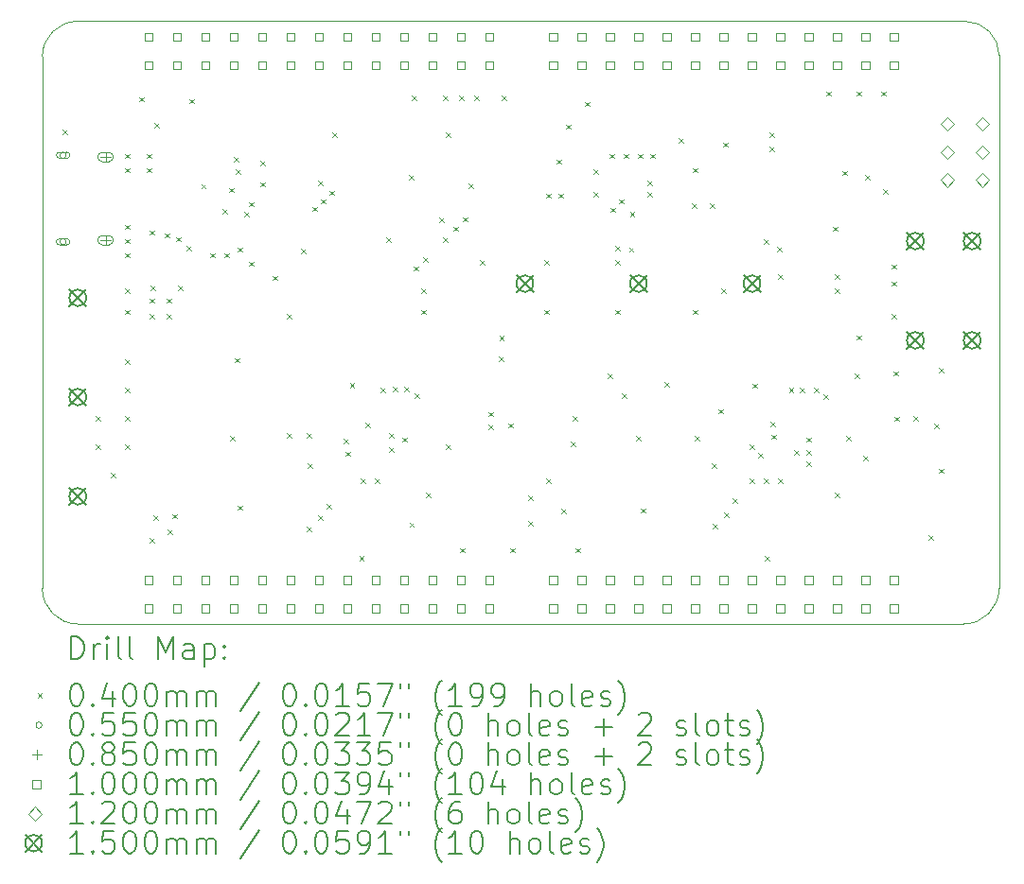
<source format=gbr>
%TF.GenerationSoftware,KiCad,Pcbnew,7.0.10*%
%TF.CreationDate,2024-04-23T18:14:47+09:00*%
%TF.ProjectId,ramn,72616d6e-2e6b-4696-9361-645f70636258,rev?*%
%TF.SameCoordinates,Original*%
%TF.FileFunction,Drillmap*%
%TF.FilePolarity,Positive*%
%FSLAX45Y45*%
G04 Gerber Fmt 4.5, Leading zero omitted, Abs format (unit mm)*
G04 Created by KiCad (PCBNEW 7.0.10) date 2024-04-23 18:14:47*
%MOMM*%
%LPD*%
G01*
G04 APERTURE LIST*
%ADD10C,0.050000*%
%ADD11C,0.200000*%
%ADD12C,0.100000*%
%ADD13C,0.120000*%
%ADD14C,0.150000*%
G04 APERTURE END LIST*
D10*
X4381500Y-9715500D02*
X12306500Y-9715500D01*
X4064000Y-4635500D02*
X4064000Y-9398000D01*
X12624000Y-4623000D02*
X12624000Y-9398000D01*
X12306500Y-9715500D02*
G75*
G03*
X12624000Y-9398000I0J317500D01*
G01*
X12624000Y-4623000D02*
G75*
G03*
X12319000Y-4318000I-305000J0D01*
G01*
X4381500Y-4318000D02*
X12319000Y-4318000D01*
X4381500Y-4318000D02*
G75*
G03*
X4064000Y-4635500I0J-317500D01*
G01*
X4064000Y-9398000D02*
G75*
G03*
X4381500Y-9715500I317500J0D01*
G01*
D11*
D12*
X4247200Y-5288600D02*
X4287200Y-5328600D01*
X4287200Y-5288600D02*
X4247200Y-5328600D01*
X4539300Y-7854000D02*
X4579300Y-7894000D01*
X4579300Y-7854000D02*
X4539300Y-7894000D01*
X4539300Y-8108000D02*
X4579300Y-8148000D01*
X4579300Y-8108000D02*
X4539300Y-8148000D01*
X4679000Y-8362000D02*
X4719000Y-8402000D01*
X4719000Y-8362000D02*
X4679000Y-8402000D01*
X4806000Y-5504500D02*
X4846000Y-5544500D01*
X4846000Y-5504500D02*
X4806000Y-5544500D01*
X4806000Y-5631500D02*
X4846000Y-5671500D01*
X4846000Y-5631500D02*
X4806000Y-5671500D01*
X4806000Y-6139500D02*
X4846000Y-6179500D01*
X4846000Y-6139500D02*
X4806000Y-6179500D01*
X4806000Y-6266500D02*
X4846000Y-6306500D01*
X4846000Y-6266500D02*
X4806000Y-6306500D01*
X4806000Y-6393500D02*
X4846000Y-6433500D01*
X4846000Y-6393500D02*
X4806000Y-6433500D01*
X4806000Y-6711000D02*
X4846000Y-6751000D01*
X4846000Y-6711000D02*
X4806000Y-6751000D01*
X4806000Y-6901500D02*
X4846000Y-6941500D01*
X4846000Y-6901500D02*
X4806000Y-6941500D01*
X4806000Y-7346000D02*
X4846000Y-7386000D01*
X4846000Y-7346000D02*
X4806000Y-7386000D01*
X4806000Y-7600000D02*
X4846000Y-7640000D01*
X4846000Y-7600000D02*
X4806000Y-7640000D01*
X4806000Y-7854000D02*
X4846000Y-7894000D01*
X4846000Y-7854000D02*
X4806000Y-7894000D01*
X4806000Y-8108000D02*
X4846000Y-8148000D01*
X4846000Y-8108000D02*
X4806000Y-8148000D01*
X4933000Y-4996500D02*
X4973000Y-5036500D01*
X4973000Y-4996500D02*
X4933000Y-5036500D01*
X4996500Y-5504500D02*
X5036500Y-5544500D01*
X5036500Y-5504500D02*
X4996500Y-5544500D01*
X4996500Y-5631500D02*
X5036500Y-5671500D01*
X5036500Y-5631500D02*
X4996500Y-5671500D01*
X5021900Y-6190300D02*
X5061900Y-6230300D01*
X5061900Y-6190300D02*
X5021900Y-6230300D01*
X5021900Y-6799900D02*
X5061900Y-6839900D01*
X5061900Y-6799900D02*
X5021900Y-6839900D01*
X5021900Y-6938499D02*
X5061900Y-6978499D01*
X5061900Y-6938499D02*
X5021900Y-6978499D01*
X5021900Y-8946200D02*
X5061900Y-8986200D01*
X5061900Y-8946200D02*
X5021900Y-8986200D01*
X5034600Y-6685600D02*
X5074600Y-6725600D01*
X5074600Y-6685600D02*
X5034600Y-6725600D01*
X5060000Y-8743000D02*
X5100000Y-8783000D01*
X5100000Y-8743000D02*
X5060000Y-8783000D01*
X5070000Y-5230000D02*
X5110000Y-5270000D01*
X5110000Y-5230000D02*
X5070000Y-5270000D01*
X5161600Y-6215700D02*
X5201600Y-6255700D01*
X5201600Y-6215700D02*
X5161600Y-6255700D01*
X5174300Y-6799900D02*
X5214300Y-6839900D01*
X5214300Y-6799900D02*
X5174300Y-6839900D01*
X5174300Y-6939600D02*
X5214300Y-6979600D01*
X5214300Y-6939600D02*
X5174300Y-6979600D01*
X5187000Y-8870000D02*
X5227000Y-8910000D01*
X5227000Y-8870000D02*
X5187000Y-8910000D01*
X5225100Y-8730300D02*
X5265100Y-8770300D01*
X5265100Y-8730300D02*
X5225100Y-8770300D01*
X5259200Y-6249800D02*
X5299200Y-6289800D01*
X5299200Y-6249800D02*
X5259200Y-6289800D01*
X5275900Y-6685600D02*
X5315900Y-6725600D01*
X5315900Y-6685600D02*
X5275900Y-6725600D01*
X5357247Y-6330734D02*
X5397247Y-6370734D01*
X5397247Y-6330734D02*
X5357247Y-6370734D01*
X5380000Y-5015000D02*
X5420000Y-5055000D01*
X5420000Y-5015000D02*
X5380000Y-5055000D01*
X5486270Y-5776730D02*
X5526270Y-5816730D01*
X5526270Y-5776730D02*
X5486270Y-5816730D01*
X5568000Y-6393500D02*
X5608000Y-6433500D01*
X5608000Y-6393500D02*
X5568000Y-6433500D01*
X5676887Y-6000739D02*
X5716887Y-6040739D01*
X5716887Y-6000739D02*
X5676887Y-6040739D01*
X5695844Y-6393497D02*
X5735844Y-6433497D01*
X5735844Y-6393497D02*
X5695844Y-6433497D01*
X5733100Y-5809300D02*
X5773100Y-5849300D01*
X5773100Y-5809300D02*
X5733100Y-5849300D01*
X5745800Y-8031800D02*
X5785800Y-8071800D01*
X5785800Y-8031800D02*
X5745800Y-8071800D01*
X5779899Y-5536002D02*
X5819899Y-5576002D01*
X5819899Y-5536002D02*
X5779899Y-5576002D01*
X5783900Y-7333300D02*
X5823900Y-7373300D01*
X5823900Y-7333300D02*
X5783900Y-7373300D01*
X5796600Y-5644200D02*
X5836600Y-5684200D01*
X5836600Y-5644200D02*
X5796600Y-5684200D01*
X5809300Y-6342700D02*
X5849300Y-6382700D01*
X5849300Y-6342700D02*
X5809300Y-6382700D01*
X5809300Y-8654100D02*
X5849300Y-8694100D01*
X5849300Y-8654100D02*
X5809300Y-8694100D01*
X5872800Y-6025200D02*
X5912800Y-6065200D01*
X5912800Y-6025200D02*
X5872800Y-6065200D01*
X5910900Y-5936301D02*
X5950900Y-5976301D01*
X5950900Y-5936301D02*
X5910900Y-5976301D01*
X5910900Y-6469700D02*
X5950900Y-6509700D01*
X5950900Y-6469700D02*
X5910900Y-6509700D01*
X6012500Y-5568000D02*
X6052500Y-5608000D01*
X6052500Y-5568000D02*
X6012500Y-5608000D01*
X6012500Y-5758500D02*
X6052500Y-5798500D01*
X6052500Y-5758500D02*
X6012500Y-5798500D01*
X6126800Y-6596700D02*
X6166800Y-6636700D01*
X6166800Y-6596700D02*
X6126800Y-6636700D01*
X6253800Y-6939600D02*
X6293800Y-6979600D01*
X6293800Y-6939600D02*
X6253800Y-6979600D01*
X6253800Y-8006400D02*
X6293800Y-8046400D01*
X6293800Y-8006400D02*
X6253800Y-8046400D01*
X6380800Y-6355400D02*
X6420800Y-6395400D01*
X6420800Y-6355400D02*
X6380800Y-6395400D01*
X6431600Y-8006400D02*
X6471600Y-8046400D01*
X6471600Y-8006400D02*
X6431600Y-8046400D01*
X6431600Y-8844600D02*
X6471600Y-8884600D01*
X6471600Y-8844600D02*
X6431600Y-8884600D01*
X6436675Y-8278175D02*
X6476675Y-8318175D01*
X6476675Y-8278175D02*
X6436675Y-8318175D01*
X6480412Y-5978401D02*
X6520412Y-6018401D01*
X6520412Y-5978401D02*
X6480412Y-6018401D01*
X6533200Y-5745800D02*
X6573200Y-5785800D01*
X6573200Y-5745800D02*
X6533200Y-5785800D01*
X6533200Y-8743000D02*
X6573200Y-8783000D01*
X6573200Y-8743000D02*
X6533200Y-8783000D01*
X6558600Y-5910900D02*
X6598600Y-5950900D01*
X6598600Y-5910900D02*
X6558600Y-5950900D01*
X6609400Y-8641400D02*
X6649400Y-8681400D01*
X6649400Y-8641400D02*
X6609400Y-8681400D01*
X6634800Y-5834700D02*
X6674800Y-5874700D01*
X6674800Y-5834700D02*
X6634800Y-5874700D01*
X6660200Y-5314000D02*
X6700200Y-5354000D01*
X6700200Y-5314000D02*
X6660200Y-5354000D01*
X6761800Y-8057200D02*
X6801800Y-8097200D01*
X6801800Y-8057200D02*
X6761800Y-8097200D01*
X6774500Y-8171500D02*
X6814500Y-8211500D01*
X6814500Y-8171500D02*
X6774500Y-8211500D01*
X6815120Y-7560329D02*
X6855120Y-7600329D01*
X6855120Y-7560329D02*
X6815120Y-7600329D01*
X6900000Y-9110000D02*
X6940000Y-9150000D01*
X6940000Y-9110000D02*
X6900000Y-9150000D01*
X6914200Y-8412800D02*
X6954200Y-8452800D01*
X6954200Y-8412800D02*
X6914200Y-8452800D01*
X6953500Y-7916300D02*
X6993500Y-7956300D01*
X6993500Y-7916300D02*
X6953500Y-7956300D01*
X7041200Y-8412800D02*
X7081200Y-8452800D01*
X7081200Y-8412800D02*
X7041200Y-8452800D01*
X7092000Y-7600000D02*
X7132000Y-7640000D01*
X7132000Y-7600000D02*
X7092000Y-7640000D01*
X7142800Y-6253800D02*
X7182800Y-6293800D01*
X7182800Y-6253800D02*
X7142800Y-6293800D01*
X7168200Y-8006400D02*
X7208200Y-8046400D01*
X7208200Y-8006400D02*
X7168200Y-8046400D01*
X7168200Y-8133400D02*
X7208200Y-8173400D01*
X7208200Y-8133400D02*
X7168200Y-8173400D01*
X7203500Y-7591301D02*
X7243500Y-7631301D01*
X7243500Y-7591301D02*
X7203500Y-7631301D01*
X7282500Y-8044500D02*
X7322500Y-8084500D01*
X7322500Y-8044500D02*
X7282500Y-8084500D01*
X7300569Y-7592848D02*
X7340569Y-7632848D01*
X7340569Y-7592848D02*
X7300569Y-7632848D01*
X7346000Y-5695000D02*
X7386000Y-5735000D01*
X7386000Y-5695000D02*
X7346000Y-5735000D01*
X7350000Y-8806500D02*
X7390000Y-8846500D01*
X7390000Y-8806500D02*
X7350000Y-8846500D01*
X7371400Y-4983800D02*
X7411400Y-5023800D01*
X7411400Y-4983800D02*
X7371400Y-5023800D01*
X7388400Y-6512100D02*
X7428400Y-6552100D01*
X7428400Y-6512100D02*
X7388400Y-6552100D01*
X7396800Y-7650801D02*
X7436800Y-7690801D01*
X7436800Y-7650801D02*
X7396800Y-7690801D01*
X7452680Y-6711000D02*
X7492680Y-6751000D01*
X7492680Y-6711000D02*
X7452680Y-6751000D01*
X7452680Y-6901500D02*
X7492680Y-6941500D01*
X7492680Y-6901500D02*
X7452680Y-6941500D01*
X7470950Y-6429550D02*
X7510950Y-6469550D01*
X7510950Y-6429550D02*
X7470950Y-6469550D01*
X7498400Y-8539800D02*
X7538400Y-8579800D01*
X7538400Y-8539800D02*
X7498400Y-8579800D01*
X7612700Y-6076000D02*
X7652700Y-6116000D01*
X7652700Y-6076000D02*
X7612700Y-6116000D01*
X7648750Y-6251750D02*
X7688750Y-6291750D01*
X7688750Y-6251750D02*
X7648750Y-6291750D01*
X7650800Y-4983800D02*
X7690800Y-5023800D01*
X7690800Y-4983800D02*
X7650800Y-5023800D01*
X7676200Y-5314000D02*
X7716200Y-5354000D01*
X7716200Y-5314000D02*
X7676200Y-5354000D01*
X7676200Y-8108000D02*
X7716200Y-8148000D01*
X7716200Y-8108000D02*
X7676200Y-8148000D01*
X7744000Y-6156500D02*
X7784000Y-6196500D01*
X7784000Y-6156500D02*
X7744000Y-6196500D01*
X7790500Y-4983800D02*
X7830500Y-5023800D01*
X7830500Y-4983800D02*
X7790500Y-5023800D01*
X7803200Y-9035100D02*
X7843200Y-9075100D01*
X7843200Y-9035100D02*
X7803200Y-9075100D01*
X7828598Y-6071901D02*
X7868598Y-6111901D01*
X7868598Y-6071901D02*
X7828598Y-6111901D01*
X7876999Y-5769500D02*
X7916999Y-5809500D01*
X7916999Y-5769500D02*
X7876999Y-5809500D01*
X7930200Y-4983800D02*
X7970200Y-5023800D01*
X7970200Y-4983800D02*
X7930200Y-5023800D01*
X7981000Y-6457000D02*
X8021000Y-6497000D01*
X8021000Y-6457000D02*
X7981000Y-6497000D01*
X8057200Y-7815900D02*
X8097200Y-7855900D01*
X8097200Y-7815900D02*
X8057200Y-7855900D01*
X8057200Y-7930200D02*
X8097200Y-7970200D01*
X8097200Y-7930200D02*
X8057200Y-7970200D01*
X8146101Y-7320600D02*
X8186101Y-7360600D01*
X8186101Y-7320600D02*
X8146101Y-7360600D01*
X8152450Y-7136450D02*
X8192450Y-7176450D01*
X8192450Y-7136450D02*
X8152450Y-7176450D01*
X8171500Y-4983800D02*
X8211500Y-5023800D01*
X8211500Y-4983800D02*
X8171500Y-5023800D01*
X8236301Y-7917500D02*
X8276301Y-7957500D01*
X8276301Y-7917500D02*
X8236301Y-7957500D01*
X8247700Y-9035100D02*
X8287700Y-9075100D01*
X8287700Y-9035100D02*
X8247700Y-9075100D01*
X8412800Y-8565200D02*
X8452800Y-8605200D01*
X8452800Y-8565200D02*
X8412800Y-8605200D01*
X8412800Y-8793800D02*
X8452800Y-8833800D01*
X8452800Y-8793800D02*
X8412800Y-8833800D01*
X8552500Y-6457000D02*
X8592500Y-6497000D01*
X8592500Y-6457000D02*
X8552500Y-6497000D01*
X8552500Y-6901500D02*
X8592500Y-6941500D01*
X8592500Y-6901500D02*
X8552500Y-6941500D01*
X8572004Y-5860100D02*
X8612004Y-5900100D01*
X8612004Y-5860100D02*
X8572004Y-5900100D01*
X8575360Y-8412800D02*
X8615360Y-8452800D01*
X8615360Y-8412800D02*
X8575360Y-8452800D01*
X8666999Y-5556135D02*
X8706999Y-5596135D01*
X8706999Y-5556135D02*
X8666999Y-5596135D01*
X8679500Y-5860100D02*
X8719500Y-5900100D01*
X8719500Y-5860100D02*
X8679500Y-5900100D01*
X8707700Y-8682300D02*
X8747700Y-8722300D01*
X8747700Y-8682300D02*
X8707700Y-8722300D01*
X8753160Y-5242880D02*
X8793160Y-5282880D01*
X8793160Y-5242880D02*
X8753160Y-5282880D01*
X8793800Y-8082600D02*
X8833800Y-8122600D01*
X8833800Y-8082600D02*
X8793800Y-8122600D01*
X8806500Y-7854000D02*
X8846500Y-7894000D01*
X8846500Y-7854000D02*
X8806500Y-7894000D01*
X8831900Y-9035100D02*
X8871900Y-9075100D01*
X8871900Y-9035100D02*
X8831900Y-9075100D01*
X8920800Y-5039680D02*
X8960800Y-5079680D01*
X8960800Y-5039680D02*
X8920800Y-5079680D01*
X8997000Y-5644200D02*
X9037000Y-5684200D01*
X9037000Y-5644200D02*
X8997000Y-5684200D01*
X8997000Y-5847400D02*
X9037000Y-5887400D01*
X9037000Y-5847400D02*
X8997000Y-5887400D01*
X9124000Y-7473000D02*
X9164000Y-7513000D01*
X9164000Y-7473000D02*
X9124000Y-7513000D01*
X9136700Y-5504500D02*
X9176700Y-5544500D01*
X9176700Y-5504500D02*
X9136700Y-5544500D01*
X9149400Y-5987100D02*
X9189400Y-6027100D01*
X9189400Y-5987100D02*
X9149400Y-6027100D01*
X9187500Y-6330000D02*
X9227500Y-6370000D01*
X9227500Y-6330000D02*
X9187500Y-6370000D01*
X9187500Y-6457000D02*
X9227500Y-6497000D01*
X9227500Y-6457000D02*
X9187500Y-6497000D01*
X9187500Y-6901500D02*
X9227500Y-6941500D01*
X9227500Y-6901500D02*
X9187500Y-6941500D01*
X9225600Y-5910900D02*
X9265600Y-5950900D01*
X9265600Y-5910900D02*
X9225600Y-5950900D01*
X9251000Y-7650799D02*
X9291000Y-7690799D01*
X9291000Y-7650799D02*
X9251000Y-7690799D01*
X9263700Y-5504500D02*
X9303700Y-5544500D01*
X9303700Y-5504500D02*
X9263700Y-5544500D01*
X9312412Y-6343502D02*
X9352412Y-6383502D01*
X9352412Y-6343502D02*
X9312412Y-6383502D01*
X9321616Y-6022730D02*
X9361616Y-6062730D01*
X9361616Y-6022730D02*
X9321616Y-6062730D01*
X9378000Y-8031800D02*
X9418000Y-8071800D01*
X9418000Y-8031800D02*
X9378000Y-8071800D01*
X9390700Y-5504500D02*
X9430700Y-5544500D01*
X9430700Y-5504500D02*
X9390700Y-5544500D01*
X9416100Y-8679500D02*
X9456100Y-8719500D01*
X9456100Y-8679500D02*
X9416100Y-8719500D01*
X9479600Y-5745800D02*
X9519600Y-5785800D01*
X9519600Y-5745800D02*
X9479600Y-5785800D01*
X9479600Y-5847400D02*
X9519600Y-5887400D01*
X9519600Y-5847400D02*
X9479600Y-5887400D01*
X9505000Y-5504500D02*
X9545000Y-5544500D01*
X9545000Y-5504500D02*
X9505000Y-5544500D01*
X9632000Y-7549200D02*
X9672000Y-7589200D01*
X9672000Y-7549200D02*
X9632000Y-7589200D01*
X9759000Y-5364800D02*
X9799000Y-5404800D01*
X9799000Y-5364800D02*
X9759000Y-5404800D01*
X9873300Y-5949000D02*
X9913300Y-5989000D01*
X9913300Y-5949000D02*
X9873300Y-5989000D01*
X9886000Y-5631500D02*
X9926000Y-5671500D01*
X9926000Y-5631500D02*
X9886000Y-5671500D01*
X9886000Y-6901500D02*
X9926000Y-6941500D01*
X9926000Y-6901500D02*
X9886000Y-6941500D01*
X9898700Y-8031800D02*
X9938700Y-8071800D01*
X9938700Y-8031800D02*
X9898700Y-8071800D01*
X10038400Y-5949000D02*
X10078400Y-5989000D01*
X10078400Y-5949000D02*
X10038400Y-5989000D01*
X10054170Y-8276169D02*
X10094170Y-8316169D01*
X10094170Y-8276169D02*
X10054170Y-8316169D01*
X10063800Y-8819200D02*
X10103800Y-8859200D01*
X10103800Y-8819200D02*
X10063800Y-8859200D01*
X10114600Y-7790500D02*
X10154600Y-7830500D01*
X10154600Y-7790500D02*
X10114600Y-7830500D01*
X10140000Y-6711000D02*
X10180000Y-6751000D01*
X10180000Y-6711000D02*
X10140000Y-6751000D01*
X10152700Y-5402900D02*
X10192700Y-5442900D01*
X10192700Y-5402900D02*
X10152700Y-5442900D01*
X10165400Y-8717600D02*
X10205400Y-8757600D01*
X10205400Y-8717600D02*
X10165400Y-8757600D01*
X10241600Y-8590600D02*
X10281600Y-8630600D01*
X10281600Y-8590600D02*
X10241600Y-8630600D01*
X10394000Y-8108000D02*
X10434000Y-8148000D01*
X10434000Y-8108000D02*
X10394000Y-8148000D01*
X10394000Y-8412800D02*
X10434000Y-8452800D01*
X10434000Y-8412800D02*
X10394000Y-8452800D01*
X10419400Y-7561900D02*
X10459400Y-7601900D01*
X10459400Y-7561900D02*
X10419400Y-7601900D01*
X10470200Y-8184200D02*
X10510200Y-8224200D01*
X10510200Y-8184200D02*
X10470200Y-8224200D01*
X10521000Y-6269431D02*
X10561000Y-6309431D01*
X10561000Y-6269431D02*
X10521000Y-6309431D01*
X10521000Y-8412800D02*
X10561000Y-8452800D01*
X10561000Y-8412800D02*
X10521000Y-8452800D01*
X10530000Y-9110000D02*
X10570000Y-9150000D01*
X10570000Y-9110000D02*
X10530000Y-9150000D01*
X10571800Y-5314000D02*
X10611800Y-5354000D01*
X10611800Y-5314000D02*
X10571800Y-5354000D01*
X10571800Y-5441000D02*
X10611800Y-5481000D01*
X10611800Y-5441000D02*
X10571800Y-5481000D01*
X10577276Y-7907368D02*
X10617276Y-7947368D01*
X10617276Y-7907368D02*
X10577276Y-7947368D01*
X10584500Y-8019100D02*
X10624500Y-8059100D01*
X10624500Y-8019100D02*
X10584500Y-8059100D01*
X10637254Y-6340746D02*
X10677254Y-6380746D01*
X10677254Y-6340746D02*
X10637254Y-6380746D01*
X10648000Y-6584000D02*
X10688000Y-6624000D01*
X10688000Y-6584000D02*
X10648000Y-6624000D01*
X10648000Y-8412800D02*
X10688000Y-8452800D01*
X10688000Y-8412800D02*
X10648000Y-8452800D01*
X10743500Y-7600000D02*
X10783500Y-7640000D01*
X10783500Y-7600000D02*
X10743500Y-7640000D01*
X10787700Y-8158800D02*
X10827700Y-8198800D01*
X10827700Y-8158800D02*
X10787700Y-8198800D01*
X10838500Y-7600000D02*
X10878500Y-7640000D01*
X10878500Y-7600000D02*
X10838500Y-7640000D01*
X10902000Y-8044500D02*
X10942000Y-8084500D01*
X10942000Y-8044500D02*
X10902000Y-8084500D01*
X10902000Y-8158800D02*
X10942000Y-8198800D01*
X10942000Y-8158800D02*
X10902000Y-8198800D01*
X10902000Y-8260400D02*
X10942000Y-8300400D01*
X10942000Y-8260400D02*
X10902000Y-8300400D01*
X10965500Y-7600000D02*
X11005500Y-7640000D01*
X11005500Y-7600000D02*
X10965500Y-7640000D01*
X11054400Y-7659499D02*
X11094400Y-7699499D01*
X11094400Y-7659499D02*
X11054400Y-7699499D01*
X11079800Y-4945700D02*
X11119800Y-4985700D01*
X11119800Y-4945700D02*
X11079800Y-4985700D01*
X11134900Y-6156500D02*
X11174900Y-6196500D01*
X11174900Y-6156500D02*
X11134900Y-6196500D01*
X11156000Y-6584000D02*
X11196000Y-6624000D01*
X11196000Y-6584000D02*
X11156000Y-6624000D01*
X11156000Y-6711000D02*
X11196000Y-6751000D01*
X11196000Y-6711000D02*
X11156000Y-6751000D01*
X11156000Y-8539800D02*
X11196000Y-8579800D01*
X11196000Y-8539800D02*
X11156000Y-8579800D01*
X11219500Y-5656900D02*
X11259500Y-5696900D01*
X11259500Y-5656900D02*
X11219500Y-5696900D01*
X11257600Y-8031800D02*
X11297600Y-8071800D01*
X11297600Y-8031800D02*
X11257600Y-8071800D01*
X11333800Y-7473000D02*
X11373800Y-7513000D01*
X11373800Y-7473000D02*
X11333800Y-7513000D01*
X11346500Y-4945700D02*
X11386500Y-4985700D01*
X11386500Y-4945700D02*
X11346500Y-4985700D01*
X11346500Y-7130100D02*
X11386500Y-7170100D01*
X11386500Y-7130100D02*
X11346500Y-7170100D01*
X11410000Y-8209600D02*
X11450000Y-8249600D01*
X11450000Y-8209600D02*
X11410000Y-8249600D01*
X11422700Y-5695000D02*
X11462700Y-5735000D01*
X11462700Y-5695000D02*
X11422700Y-5735000D01*
X11568750Y-4945700D02*
X11608750Y-4985700D01*
X11608750Y-4945700D02*
X11568750Y-4985700D01*
X11587800Y-5822000D02*
X11627800Y-5862000D01*
X11627800Y-5822000D02*
X11587800Y-5862000D01*
X11664000Y-6495100D02*
X11704000Y-6535100D01*
X11704000Y-6495100D02*
X11664000Y-6535100D01*
X11664000Y-6647500D02*
X11704000Y-6687500D01*
X11704000Y-6647500D02*
X11664000Y-6687500D01*
X11664000Y-6939600D02*
X11704000Y-6979600D01*
X11704000Y-6939600D02*
X11664000Y-6979600D01*
X11677981Y-7451950D02*
X11717981Y-7491950D01*
X11717981Y-7451950D02*
X11677981Y-7491950D01*
X11685400Y-7858000D02*
X11725400Y-7898000D01*
X11725400Y-7858000D02*
X11685400Y-7898000D01*
X11854500Y-7854000D02*
X11894500Y-7894000D01*
X11894500Y-7854000D02*
X11854500Y-7894000D01*
X11994200Y-8920800D02*
X12034200Y-8960800D01*
X12034200Y-8920800D02*
X11994200Y-8960800D01*
X12045000Y-7921500D02*
X12085000Y-7961500D01*
X12085000Y-7921500D02*
X12045000Y-7961500D01*
X12083100Y-7422200D02*
X12123100Y-7462200D01*
X12123100Y-7422200D02*
X12083100Y-7462200D01*
X12083100Y-8323900D02*
X12123100Y-8363900D01*
X12123100Y-8323900D02*
X12083100Y-8363900D01*
X4277500Y-5518000D02*
G75*
G03*
X4222500Y-5518000I-27500J0D01*
G01*
X4222500Y-5518000D02*
G75*
G03*
X4277500Y-5518000I27500J0D01*
G01*
X4282500Y-5490500D02*
X4217500Y-5490500D01*
X4217500Y-5490500D02*
G75*
G03*
X4217500Y-5545500I0J-27500D01*
G01*
X4217500Y-5545500D02*
X4282500Y-5545500D01*
X4282500Y-5545500D02*
G75*
G03*
X4282500Y-5490500I0J27500D01*
G01*
X4277500Y-6293000D02*
G75*
G03*
X4222500Y-6293000I-27500J0D01*
G01*
X4222500Y-6293000D02*
G75*
G03*
X4277500Y-6293000I27500J0D01*
G01*
X4282500Y-6265500D02*
X4217500Y-6265500D01*
X4217500Y-6265500D02*
G75*
G03*
X4217500Y-6320500I0J-27500D01*
G01*
X4217500Y-6320500D02*
X4282500Y-6320500D01*
X4282500Y-6320500D02*
G75*
G03*
X4282500Y-6265500I0J27500D01*
G01*
X4630000Y-5490500D02*
X4630000Y-5575500D01*
X4587500Y-5533000D02*
X4672500Y-5533000D01*
X4657500Y-5490500D02*
X4602500Y-5490500D01*
X4602500Y-5490500D02*
G75*
G03*
X4602500Y-5575500I0J-42500D01*
G01*
X4602500Y-5575500D02*
X4657500Y-5575500D01*
X4657500Y-5575500D02*
G75*
G03*
X4657500Y-5490500I0J42500D01*
G01*
X4630000Y-6235500D02*
X4630000Y-6320500D01*
X4587500Y-6278000D02*
X4672500Y-6278000D01*
X4657500Y-6235500D02*
X4602500Y-6235500D01*
X4602500Y-6235500D02*
G75*
G03*
X4602500Y-6320500I0J-42500D01*
G01*
X4602500Y-6320500D02*
X4657500Y-6320500D01*
X4657500Y-6320500D02*
G75*
G03*
X4657500Y-6235500I0J42500D01*
G01*
X5051856Y-4493056D02*
X5051856Y-4422344D01*
X4981144Y-4422344D01*
X4981144Y-4493056D01*
X5051856Y-4493056D01*
X5051856Y-4747056D02*
X5051856Y-4676344D01*
X4981144Y-4676344D01*
X4981144Y-4747056D01*
X5051856Y-4747056D01*
X5051856Y-9357156D02*
X5051856Y-9286444D01*
X4981144Y-9286444D01*
X4981144Y-9357156D01*
X5051856Y-9357156D01*
X5051856Y-9611156D02*
X5051856Y-9540444D01*
X4981144Y-9540444D01*
X4981144Y-9611156D01*
X5051856Y-9611156D01*
X5305856Y-4493056D02*
X5305856Y-4422344D01*
X5235144Y-4422344D01*
X5235144Y-4493056D01*
X5305856Y-4493056D01*
X5305856Y-4747056D02*
X5305856Y-4676344D01*
X5235144Y-4676344D01*
X5235144Y-4747056D01*
X5305856Y-4747056D01*
X5305856Y-9357156D02*
X5305856Y-9286444D01*
X5235144Y-9286444D01*
X5235144Y-9357156D01*
X5305856Y-9357156D01*
X5305856Y-9611156D02*
X5305856Y-9540444D01*
X5235144Y-9540444D01*
X5235144Y-9611156D01*
X5305856Y-9611156D01*
X5559856Y-4493056D02*
X5559856Y-4422344D01*
X5489144Y-4422344D01*
X5489144Y-4493056D01*
X5559856Y-4493056D01*
X5559856Y-4747056D02*
X5559856Y-4676344D01*
X5489144Y-4676344D01*
X5489144Y-4747056D01*
X5559856Y-4747056D01*
X5559856Y-9357156D02*
X5559856Y-9286444D01*
X5489144Y-9286444D01*
X5489144Y-9357156D01*
X5559856Y-9357156D01*
X5559856Y-9611156D02*
X5559856Y-9540444D01*
X5489144Y-9540444D01*
X5489144Y-9611156D01*
X5559856Y-9611156D01*
X5813856Y-4493056D02*
X5813856Y-4422344D01*
X5743144Y-4422344D01*
X5743144Y-4493056D01*
X5813856Y-4493056D01*
X5813856Y-4747056D02*
X5813856Y-4676344D01*
X5743144Y-4676344D01*
X5743144Y-4747056D01*
X5813856Y-4747056D01*
X5813856Y-9357156D02*
X5813856Y-9286444D01*
X5743144Y-9286444D01*
X5743144Y-9357156D01*
X5813856Y-9357156D01*
X5813856Y-9611156D02*
X5813856Y-9540444D01*
X5743144Y-9540444D01*
X5743144Y-9611156D01*
X5813856Y-9611156D01*
X6067856Y-4493056D02*
X6067856Y-4422344D01*
X5997144Y-4422344D01*
X5997144Y-4493056D01*
X6067856Y-4493056D01*
X6067856Y-4747056D02*
X6067856Y-4676344D01*
X5997144Y-4676344D01*
X5997144Y-4747056D01*
X6067856Y-4747056D01*
X6067856Y-9357156D02*
X6067856Y-9286444D01*
X5997144Y-9286444D01*
X5997144Y-9357156D01*
X6067856Y-9357156D01*
X6067856Y-9611156D02*
X6067856Y-9540444D01*
X5997144Y-9540444D01*
X5997144Y-9611156D01*
X6067856Y-9611156D01*
X6321856Y-4493056D02*
X6321856Y-4422344D01*
X6251144Y-4422344D01*
X6251144Y-4493056D01*
X6321856Y-4493056D01*
X6321856Y-4747056D02*
X6321856Y-4676344D01*
X6251144Y-4676344D01*
X6251144Y-4747056D01*
X6321856Y-4747056D01*
X6321856Y-9357156D02*
X6321856Y-9286444D01*
X6251144Y-9286444D01*
X6251144Y-9357156D01*
X6321856Y-9357156D01*
X6321856Y-9611156D02*
X6321856Y-9540444D01*
X6251144Y-9540444D01*
X6251144Y-9611156D01*
X6321856Y-9611156D01*
X6575856Y-4493056D02*
X6575856Y-4422344D01*
X6505144Y-4422344D01*
X6505144Y-4493056D01*
X6575856Y-4493056D01*
X6575856Y-4747056D02*
X6575856Y-4676344D01*
X6505144Y-4676344D01*
X6505144Y-4747056D01*
X6575856Y-4747056D01*
X6575856Y-9357156D02*
X6575856Y-9286444D01*
X6505144Y-9286444D01*
X6505144Y-9357156D01*
X6575856Y-9357156D01*
X6575856Y-9611156D02*
X6575856Y-9540444D01*
X6505144Y-9540444D01*
X6505144Y-9611156D01*
X6575856Y-9611156D01*
X6829856Y-4493056D02*
X6829856Y-4422344D01*
X6759144Y-4422344D01*
X6759144Y-4493056D01*
X6829856Y-4493056D01*
X6829856Y-4747056D02*
X6829856Y-4676344D01*
X6759144Y-4676344D01*
X6759144Y-4747056D01*
X6829856Y-4747056D01*
X6829856Y-9357156D02*
X6829856Y-9286444D01*
X6759144Y-9286444D01*
X6759144Y-9357156D01*
X6829856Y-9357156D01*
X6829856Y-9611156D02*
X6829856Y-9540444D01*
X6759144Y-9540444D01*
X6759144Y-9611156D01*
X6829856Y-9611156D01*
X7083856Y-4493056D02*
X7083856Y-4422344D01*
X7013144Y-4422344D01*
X7013144Y-4493056D01*
X7083856Y-4493056D01*
X7083856Y-4747056D02*
X7083856Y-4676344D01*
X7013144Y-4676344D01*
X7013144Y-4747056D01*
X7083856Y-4747056D01*
X7083856Y-9357156D02*
X7083856Y-9286444D01*
X7013144Y-9286444D01*
X7013144Y-9357156D01*
X7083856Y-9357156D01*
X7083856Y-9611156D02*
X7083856Y-9540444D01*
X7013144Y-9540444D01*
X7013144Y-9611156D01*
X7083856Y-9611156D01*
X7337856Y-4493056D02*
X7337856Y-4422344D01*
X7267144Y-4422344D01*
X7267144Y-4493056D01*
X7337856Y-4493056D01*
X7337856Y-4747056D02*
X7337856Y-4676344D01*
X7267144Y-4676344D01*
X7267144Y-4747056D01*
X7337856Y-4747056D01*
X7337856Y-9357156D02*
X7337856Y-9286444D01*
X7267144Y-9286444D01*
X7267144Y-9357156D01*
X7337856Y-9357156D01*
X7337856Y-9611156D02*
X7337856Y-9540444D01*
X7267144Y-9540444D01*
X7267144Y-9611156D01*
X7337856Y-9611156D01*
X7591856Y-4493056D02*
X7591856Y-4422344D01*
X7521144Y-4422344D01*
X7521144Y-4493056D01*
X7591856Y-4493056D01*
X7591856Y-4747056D02*
X7591856Y-4676344D01*
X7521144Y-4676344D01*
X7521144Y-4747056D01*
X7591856Y-4747056D01*
X7591856Y-9357156D02*
X7591856Y-9286444D01*
X7521144Y-9286444D01*
X7521144Y-9357156D01*
X7591856Y-9357156D01*
X7591856Y-9611156D02*
X7591856Y-9540444D01*
X7521144Y-9540444D01*
X7521144Y-9611156D01*
X7591856Y-9611156D01*
X7845856Y-4493056D02*
X7845856Y-4422344D01*
X7775144Y-4422344D01*
X7775144Y-4493056D01*
X7845856Y-4493056D01*
X7845856Y-4747056D02*
X7845856Y-4676344D01*
X7775144Y-4676344D01*
X7775144Y-4747056D01*
X7845856Y-4747056D01*
X7845856Y-9357156D02*
X7845856Y-9286444D01*
X7775144Y-9286444D01*
X7775144Y-9357156D01*
X7845856Y-9357156D01*
X7845856Y-9611156D02*
X7845856Y-9540444D01*
X7775144Y-9540444D01*
X7775144Y-9611156D01*
X7845856Y-9611156D01*
X8099856Y-4493056D02*
X8099856Y-4422344D01*
X8029144Y-4422344D01*
X8029144Y-4493056D01*
X8099856Y-4493056D01*
X8099856Y-4747056D02*
X8099856Y-4676344D01*
X8029144Y-4676344D01*
X8029144Y-4747056D01*
X8099856Y-4747056D01*
X8099856Y-9357156D02*
X8099856Y-9286444D01*
X8029144Y-9286444D01*
X8029144Y-9357156D01*
X8099856Y-9357156D01*
X8099856Y-9611156D02*
X8099856Y-9540444D01*
X8029144Y-9540444D01*
X8029144Y-9611156D01*
X8099856Y-9611156D01*
X8671356Y-4493056D02*
X8671356Y-4422344D01*
X8600644Y-4422344D01*
X8600644Y-4493056D01*
X8671356Y-4493056D01*
X8671356Y-4747056D02*
X8671356Y-4676344D01*
X8600644Y-4676344D01*
X8600644Y-4747056D01*
X8671356Y-4747056D01*
X8671356Y-9357156D02*
X8671356Y-9286444D01*
X8600644Y-9286444D01*
X8600644Y-9357156D01*
X8671356Y-9357156D01*
X8671356Y-9611156D02*
X8671356Y-9540444D01*
X8600644Y-9540444D01*
X8600644Y-9611156D01*
X8671356Y-9611156D01*
X8925356Y-4493056D02*
X8925356Y-4422344D01*
X8854644Y-4422344D01*
X8854644Y-4493056D01*
X8925356Y-4493056D01*
X8925356Y-4747056D02*
X8925356Y-4676344D01*
X8854644Y-4676344D01*
X8854644Y-4747056D01*
X8925356Y-4747056D01*
X8925356Y-9357156D02*
X8925356Y-9286444D01*
X8854644Y-9286444D01*
X8854644Y-9357156D01*
X8925356Y-9357156D01*
X8925356Y-9611156D02*
X8925356Y-9540444D01*
X8854644Y-9540444D01*
X8854644Y-9611156D01*
X8925356Y-9611156D01*
X9179356Y-4493056D02*
X9179356Y-4422344D01*
X9108644Y-4422344D01*
X9108644Y-4493056D01*
X9179356Y-4493056D01*
X9179356Y-4747056D02*
X9179356Y-4676344D01*
X9108644Y-4676344D01*
X9108644Y-4747056D01*
X9179356Y-4747056D01*
X9179356Y-9357156D02*
X9179356Y-9286444D01*
X9108644Y-9286444D01*
X9108644Y-9357156D01*
X9179356Y-9357156D01*
X9179356Y-9611156D02*
X9179356Y-9540444D01*
X9108644Y-9540444D01*
X9108644Y-9611156D01*
X9179356Y-9611156D01*
X9433356Y-4493056D02*
X9433356Y-4422344D01*
X9362644Y-4422344D01*
X9362644Y-4493056D01*
X9433356Y-4493056D01*
X9433356Y-4747056D02*
X9433356Y-4676344D01*
X9362644Y-4676344D01*
X9362644Y-4747056D01*
X9433356Y-4747056D01*
X9433356Y-9357156D02*
X9433356Y-9286444D01*
X9362644Y-9286444D01*
X9362644Y-9357156D01*
X9433356Y-9357156D01*
X9433356Y-9611156D02*
X9433356Y-9540444D01*
X9362644Y-9540444D01*
X9362644Y-9611156D01*
X9433356Y-9611156D01*
X9687356Y-4493056D02*
X9687356Y-4422344D01*
X9616644Y-4422344D01*
X9616644Y-4493056D01*
X9687356Y-4493056D01*
X9687356Y-4747056D02*
X9687356Y-4676344D01*
X9616644Y-4676344D01*
X9616644Y-4747056D01*
X9687356Y-4747056D01*
X9687356Y-9357156D02*
X9687356Y-9286444D01*
X9616644Y-9286444D01*
X9616644Y-9357156D01*
X9687356Y-9357156D01*
X9687356Y-9611156D02*
X9687356Y-9540444D01*
X9616644Y-9540444D01*
X9616644Y-9611156D01*
X9687356Y-9611156D01*
X9941356Y-4493056D02*
X9941356Y-4422344D01*
X9870644Y-4422344D01*
X9870644Y-4493056D01*
X9941356Y-4493056D01*
X9941356Y-4747056D02*
X9941356Y-4676344D01*
X9870644Y-4676344D01*
X9870644Y-4747056D01*
X9941356Y-4747056D01*
X9941356Y-9357156D02*
X9941356Y-9286444D01*
X9870644Y-9286444D01*
X9870644Y-9357156D01*
X9941356Y-9357156D01*
X9941356Y-9611156D02*
X9941356Y-9540444D01*
X9870644Y-9540444D01*
X9870644Y-9611156D01*
X9941356Y-9611156D01*
X10195356Y-4493056D02*
X10195356Y-4422344D01*
X10124644Y-4422344D01*
X10124644Y-4493056D01*
X10195356Y-4493056D01*
X10195356Y-4747056D02*
X10195356Y-4676344D01*
X10124644Y-4676344D01*
X10124644Y-4747056D01*
X10195356Y-4747056D01*
X10195356Y-9357156D02*
X10195356Y-9286444D01*
X10124644Y-9286444D01*
X10124644Y-9357156D01*
X10195356Y-9357156D01*
X10195356Y-9611156D02*
X10195356Y-9540444D01*
X10124644Y-9540444D01*
X10124644Y-9611156D01*
X10195356Y-9611156D01*
X10449356Y-4493056D02*
X10449356Y-4422344D01*
X10378644Y-4422344D01*
X10378644Y-4493056D01*
X10449356Y-4493056D01*
X10449356Y-4747056D02*
X10449356Y-4676344D01*
X10378644Y-4676344D01*
X10378644Y-4747056D01*
X10449356Y-4747056D01*
X10449356Y-9357156D02*
X10449356Y-9286444D01*
X10378644Y-9286444D01*
X10378644Y-9357156D01*
X10449356Y-9357156D01*
X10449356Y-9611156D02*
X10449356Y-9540444D01*
X10378644Y-9540444D01*
X10378644Y-9611156D01*
X10449356Y-9611156D01*
X10703356Y-4493056D02*
X10703356Y-4422344D01*
X10632644Y-4422344D01*
X10632644Y-4493056D01*
X10703356Y-4493056D01*
X10703356Y-4747056D02*
X10703356Y-4676344D01*
X10632644Y-4676344D01*
X10632644Y-4747056D01*
X10703356Y-4747056D01*
X10703356Y-9357156D02*
X10703356Y-9286444D01*
X10632644Y-9286444D01*
X10632644Y-9357156D01*
X10703356Y-9357156D01*
X10703356Y-9611156D02*
X10703356Y-9540444D01*
X10632644Y-9540444D01*
X10632644Y-9611156D01*
X10703356Y-9611156D01*
X10957356Y-4493056D02*
X10957356Y-4422344D01*
X10886644Y-4422344D01*
X10886644Y-4493056D01*
X10957356Y-4493056D01*
X10957356Y-4747056D02*
X10957356Y-4676344D01*
X10886644Y-4676344D01*
X10886644Y-4747056D01*
X10957356Y-4747056D01*
X10957356Y-9357156D02*
X10957356Y-9286444D01*
X10886644Y-9286444D01*
X10886644Y-9357156D01*
X10957356Y-9357156D01*
X10957356Y-9611156D02*
X10957356Y-9540444D01*
X10886644Y-9540444D01*
X10886644Y-9611156D01*
X10957356Y-9611156D01*
X11211356Y-4493056D02*
X11211356Y-4422344D01*
X11140644Y-4422344D01*
X11140644Y-4493056D01*
X11211356Y-4493056D01*
X11211356Y-4747056D02*
X11211356Y-4676344D01*
X11140644Y-4676344D01*
X11140644Y-4747056D01*
X11211356Y-4747056D01*
X11211356Y-9357156D02*
X11211356Y-9286444D01*
X11140644Y-9286444D01*
X11140644Y-9357156D01*
X11211356Y-9357156D01*
X11211356Y-9611156D02*
X11211356Y-9540444D01*
X11140644Y-9540444D01*
X11140644Y-9611156D01*
X11211356Y-9611156D01*
X11465356Y-4493056D02*
X11465356Y-4422344D01*
X11394644Y-4422344D01*
X11394644Y-4493056D01*
X11465356Y-4493056D01*
X11465356Y-4747056D02*
X11465356Y-4676344D01*
X11394644Y-4676344D01*
X11394644Y-4747056D01*
X11465356Y-4747056D01*
X11465356Y-9357156D02*
X11465356Y-9286444D01*
X11394644Y-9286444D01*
X11394644Y-9357156D01*
X11465356Y-9357156D01*
X11465356Y-9611156D02*
X11465356Y-9540444D01*
X11394644Y-9540444D01*
X11394644Y-9611156D01*
X11465356Y-9611156D01*
X11719356Y-4493056D02*
X11719356Y-4422344D01*
X11648644Y-4422344D01*
X11648644Y-4493056D01*
X11719356Y-4493056D01*
X11719356Y-4747056D02*
X11719356Y-4676344D01*
X11648644Y-4676344D01*
X11648644Y-4747056D01*
X11719356Y-4747056D01*
X11719356Y-9357156D02*
X11719356Y-9286444D01*
X11648644Y-9286444D01*
X11648644Y-9357156D01*
X11719356Y-9357156D01*
X11719356Y-9611156D02*
X11719356Y-9540444D01*
X11648644Y-9540444D01*
X11648644Y-9611156D01*
X11719356Y-9611156D01*
D13*
X12161400Y-5300400D02*
X12221400Y-5240400D01*
X12161400Y-5180400D01*
X12101400Y-5240400D01*
X12161400Y-5300400D01*
X12161400Y-5550400D02*
X12221400Y-5490400D01*
X12161400Y-5430400D01*
X12101400Y-5490400D01*
X12161400Y-5550400D01*
X12161400Y-5800400D02*
X12221400Y-5740400D01*
X12161400Y-5680400D01*
X12101400Y-5740400D01*
X12161400Y-5800400D01*
X12471400Y-5300400D02*
X12531400Y-5240400D01*
X12471400Y-5180400D01*
X12411400Y-5240400D01*
X12471400Y-5300400D01*
X12471400Y-5550400D02*
X12531400Y-5490400D01*
X12471400Y-5430400D01*
X12411400Y-5490400D01*
X12471400Y-5550400D01*
X12471400Y-5800400D02*
X12531400Y-5740400D01*
X12471400Y-5680400D01*
X12411400Y-5740400D01*
X12471400Y-5800400D01*
D14*
X4306500Y-6719500D02*
X4456500Y-6869500D01*
X4456500Y-6719500D02*
X4306500Y-6869500D01*
X4456500Y-6794500D02*
G75*
G03*
X4306500Y-6794500I-75000J0D01*
G01*
X4306500Y-6794500D02*
G75*
G03*
X4456500Y-6794500I75000J0D01*
G01*
X4306500Y-7608500D02*
X4456500Y-7758500D01*
X4456500Y-7608500D02*
X4306500Y-7758500D01*
X4456500Y-7683500D02*
G75*
G03*
X4306500Y-7683500I-75000J0D01*
G01*
X4306500Y-7683500D02*
G75*
G03*
X4456500Y-7683500I75000J0D01*
G01*
X4306500Y-8497500D02*
X4456500Y-8647500D01*
X4456500Y-8497500D02*
X4306500Y-8647500D01*
X4456500Y-8572500D02*
G75*
G03*
X4306500Y-8572500I-75000J0D01*
G01*
X4306500Y-8572500D02*
G75*
G03*
X4456500Y-8572500I75000J0D01*
G01*
X8307000Y-6592500D02*
X8457000Y-6742500D01*
X8457000Y-6592500D02*
X8307000Y-6742500D01*
X8457000Y-6667500D02*
G75*
G03*
X8307000Y-6667500I-75000J0D01*
G01*
X8307000Y-6667500D02*
G75*
G03*
X8457000Y-6667500I75000J0D01*
G01*
X9323000Y-6592500D02*
X9473000Y-6742500D01*
X9473000Y-6592500D02*
X9323000Y-6742500D01*
X9473000Y-6667500D02*
G75*
G03*
X9323000Y-6667500I-75000J0D01*
G01*
X9323000Y-6667500D02*
G75*
G03*
X9473000Y-6667500I75000J0D01*
G01*
X10339000Y-6592500D02*
X10489000Y-6742500D01*
X10489000Y-6592500D02*
X10339000Y-6742500D01*
X10489000Y-6667500D02*
G75*
G03*
X10339000Y-6667500I-75000J0D01*
G01*
X10339000Y-6667500D02*
G75*
G03*
X10489000Y-6667500I75000J0D01*
G01*
X11799500Y-6211500D02*
X11949500Y-6361500D01*
X11949500Y-6211500D02*
X11799500Y-6361500D01*
X11949500Y-6286500D02*
G75*
G03*
X11799500Y-6286500I-75000J0D01*
G01*
X11799500Y-6286500D02*
G75*
G03*
X11949500Y-6286500I75000J0D01*
G01*
X11799500Y-7100500D02*
X11949500Y-7250500D01*
X11949500Y-7100500D02*
X11799500Y-7250500D01*
X11949500Y-7175500D02*
G75*
G03*
X11799500Y-7175500I-75000J0D01*
G01*
X11799500Y-7175500D02*
G75*
G03*
X11949500Y-7175500I75000J0D01*
G01*
X12307500Y-6211500D02*
X12457500Y-6361500D01*
X12457500Y-6211500D02*
X12307500Y-6361500D01*
X12457500Y-6286500D02*
G75*
G03*
X12307500Y-6286500I-75000J0D01*
G01*
X12307500Y-6286500D02*
G75*
G03*
X12457500Y-6286500I75000J0D01*
G01*
X12307500Y-7100500D02*
X12457500Y-7250500D01*
X12457500Y-7100500D02*
X12307500Y-7250500D01*
X12457500Y-7175500D02*
G75*
G03*
X12307500Y-7175500I-75000J0D01*
G01*
X12307500Y-7175500D02*
G75*
G03*
X12457500Y-7175500I75000J0D01*
G01*
D11*
X4322277Y-10029484D02*
X4322277Y-9829484D01*
X4322277Y-9829484D02*
X4369896Y-9829484D01*
X4369896Y-9829484D02*
X4398467Y-9839008D01*
X4398467Y-9839008D02*
X4417515Y-9858055D01*
X4417515Y-9858055D02*
X4427039Y-9877103D01*
X4427039Y-9877103D02*
X4436563Y-9915198D01*
X4436563Y-9915198D02*
X4436563Y-9943770D01*
X4436563Y-9943770D02*
X4427039Y-9981865D01*
X4427039Y-9981865D02*
X4417515Y-10000912D01*
X4417515Y-10000912D02*
X4398467Y-10019960D01*
X4398467Y-10019960D02*
X4369896Y-10029484D01*
X4369896Y-10029484D02*
X4322277Y-10029484D01*
X4522277Y-10029484D02*
X4522277Y-9896150D01*
X4522277Y-9934246D02*
X4531801Y-9915198D01*
X4531801Y-9915198D02*
X4541324Y-9905674D01*
X4541324Y-9905674D02*
X4560372Y-9896150D01*
X4560372Y-9896150D02*
X4579420Y-9896150D01*
X4646086Y-10029484D02*
X4646086Y-9896150D01*
X4646086Y-9829484D02*
X4636563Y-9839008D01*
X4636563Y-9839008D02*
X4646086Y-9848531D01*
X4646086Y-9848531D02*
X4655610Y-9839008D01*
X4655610Y-9839008D02*
X4646086Y-9829484D01*
X4646086Y-9829484D02*
X4646086Y-9848531D01*
X4769896Y-10029484D02*
X4750848Y-10019960D01*
X4750848Y-10019960D02*
X4741324Y-10000912D01*
X4741324Y-10000912D02*
X4741324Y-9829484D01*
X4874658Y-10029484D02*
X4855610Y-10019960D01*
X4855610Y-10019960D02*
X4846086Y-10000912D01*
X4846086Y-10000912D02*
X4846086Y-9829484D01*
X5103229Y-10029484D02*
X5103229Y-9829484D01*
X5103229Y-9829484D02*
X5169896Y-9972341D01*
X5169896Y-9972341D02*
X5236563Y-9829484D01*
X5236563Y-9829484D02*
X5236563Y-10029484D01*
X5417515Y-10029484D02*
X5417515Y-9924722D01*
X5417515Y-9924722D02*
X5407991Y-9905674D01*
X5407991Y-9905674D02*
X5388944Y-9896150D01*
X5388944Y-9896150D02*
X5350848Y-9896150D01*
X5350848Y-9896150D02*
X5331801Y-9905674D01*
X5417515Y-10019960D02*
X5398467Y-10029484D01*
X5398467Y-10029484D02*
X5350848Y-10029484D01*
X5350848Y-10029484D02*
X5331801Y-10019960D01*
X5331801Y-10019960D02*
X5322277Y-10000912D01*
X5322277Y-10000912D02*
X5322277Y-9981865D01*
X5322277Y-9981865D02*
X5331801Y-9962817D01*
X5331801Y-9962817D02*
X5350848Y-9953293D01*
X5350848Y-9953293D02*
X5398467Y-9953293D01*
X5398467Y-9953293D02*
X5417515Y-9943770D01*
X5512753Y-9896150D02*
X5512753Y-10096150D01*
X5512753Y-9905674D02*
X5531801Y-9896150D01*
X5531801Y-9896150D02*
X5569896Y-9896150D01*
X5569896Y-9896150D02*
X5588944Y-9905674D01*
X5588944Y-9905674D02*
X5598467Y-9915198D01*
X5598467Y-9915198D02*
X5607991Y-9934246D01*
X5607991Y-9934246D02*
X5607991Y-9991389D01*
X5607991Y-9991389D02*
X5598467Y-10010436D01*
X5598467Y-10010436D02*
X5588944Y-10019960D01*
X5588944Y-10019960D02*
X5569896Y-10029484D01*
X5569896Y-10029484D02*
X5531801Y-10029484D01*
X5531801Y-10029484D02*
X5512753Y-10019960D01*
X5693705Y-10010436D02*
X5703229Y-10019960D01*
X5703229Y-10019960D02*
X5693705Y-10029484D01*
X5693705Y-10029484D02*
X5684182Y-10019960D01*
X5684182Y-10019960D02*
X5693705Y-10010436D01*
X5693705Y-10010436D02*
X5693705Y-10029484D01*
X5693705Y-9905674D02*
X5703229Y-9915198D01*
X5703229Y-9915198D02*
X5693705Y-9924722D01*
X5693705Y-9924722D02*
X5684182Y-9915198D01*
X5684182Y-9915198D02*
X5693705Y-9905674D01*
X5693705Y-9905674D02*
X5693705Y-9924722D01*
D12*
X4021500Y-10338000D02*
X4061500Y-10378000D01*
X4061500Y-10338000D02*
X4021500Y-10378000D01*
D11*
X4360372Y-10249484D02*
X4379420Y-10249484D01*
X4379420Y-10249484D02*
X4398467Y-10259008D01*
X4398467Y-10259008D02*
X4407991Y-10268531D01*
X4407991Y-10268531D02*
X4417515Y-10287579D01*
X4417515Y-10287579D02*
X4427039Y-10325674D01*
X4427039Y-10325674D02*
X4427039Y-10373293D01*
X4427039Y-10373293D02*
X4417515Y-10411389D01*
X4417515Y-10411389D02*
X4407991Y-10430436D01*
X4407991Y-10430436D02*
X4398467Y-10439960D01*
X4398467Y-10439960D02*
X4379420Y-10449484D01*
X4379420Y-10449484D02*
X4360372Y-10449484D01*
X4360372Y-10449484D02*
X4341324Y-10439960D01*
X4341324Y-10439960D02*
X4331801Y-10430436D01*
X4331801Y-10430436D02*
X4322277Y-10411389D01*
X4322277Y-10411389D02*
X4312753Y-10373293D01*
X4312753Y-10373293D02*
X4312753Y-10325674D01*
X4312753Y-10325674D02*
X4322277Y-10287579D01*
X4322277Y-10287579D02*
X4331801Y-10268531D01*
X4331801Y-10268531D02*
X4341324Y-10259008D01*
X4341324Y-10259008D02*
X4360372Y-10249484D01*
X4512753Y-10430436D02*
X4522277Y-10439960D01*
X4522277Y-10439960D02*
X4512753Y-10449484D01*
X4512753Y-10449484D02*
X4503229Y-10439960D01*
X4503229Y-10439960D02*
X4512753Y-10430436D01*
X4512753Y-10430436D02*
X4512753Y-10449484D01*
X4693705Y-10316150D02*
X4693705Y-10449484D01*
X4646086Y-10239960D02*
X4598467Y-10382817D01*
X4598467Y-10382817D02*
X4722277Y-10382817D01*
X4836563Y-10249484D02*
X4855610Y-10249484D01*
X4855610Y-10249484D02*
X4874658Y-10259008D01*
X4874658Y-10259008D02*
X4884182Y-10268531D01*
X4884182Y-10268531D02*
X4893705Y-10287579D01*
X4893705Y-10287579D02*
X4903229Y-10325674D01*
X4903229Y-10325674D02*
X4903229Y-10373293D01*
X4903229Y-10373293D02*
X4893705Y-10411389D01*
X4893705Y-10411389D02*
X4884182Y-10430436D01*
X4884182Y-10430436D02*
X4874658Y-10439960D01*
X4874658Y-10439960D02*
X4855610Y-10449484D01*
X4855610Y-10449484D02*
X4836563Y-10449484D01*
X4836563Y-10449484D02*
X4817515Y-10439960D01*
X4817515Y-10439960D02*
X4807991Y-10430436D01*
X4807991Y-10430436D02*
X4798467Y-10411389D01*
X4798467Y-10411389D02*
X4788944Y-10373293D01*
X4788944Y-10373293D02*
X4788944Y-10325674D01*
X4788944Y-10325674D02*
X4798467Y-10287579D01*
X4798467Y-10287579D02*
X4807991Y-10268531D01*
X4807991Y-10268531D02*
X4817515Y-10259008D01*
X4817515Y-10259008D02*
X4836563Y-10249484D01*
X5027039Y-10249484D02*
X5046086Y-10249484D01*
X5046086Y-10249484D02*
X5065134Y-10259008D01*
X5065134Y-10259008D02*
X5074658Y-10268531D01*
X5074658Y-10268531D02*
X5084182Y-10287579D01*
X5084182Y-10287579D02*
X5093705Y-10325674D01*
X5093705Y-10325674D02*
X5093705Y-10373293D01*
X5093705Y-10373293D02*
X5084182Y-10411389D01*
X5084182Y-10411389D02*
X5074658Y-10430436D01*
X5074658Y-10430436D02*
X5065134Y-10439960D01*
X5065134Y-10439960D02*
X5046086Y-10449484D01*
X5046086Y-10449484D02*
X5027039Y-10449484D01*
X5027039Y-10449484D02*
X5007991Y-10439960D01*
X5007991Y-10439960D02*
X4998467Y-10430436D01*
X4998467Y-10430436D02*
X4988944Y-10411389D01*
X4988944Y-10411389D02*
X4979420Y-10373293D01*
X4979420Y-10373293D02*
X4979420Y-10325674D01*
X4979420Y-10325674D02*
X4988944Y-10287579D01*
X4988944Y-10287579D02*
X4998467Y-10268531D01*
X4998467Y-10268531D02*
X5007991Y-10259008D01*
X5007991Y-10259008D02*
X5027039Y-10249484D01*
X5179420Y-10449484D02*
X5179420Y-10316150D01*
X5179420Y-10335198D02*
X5188944Y-10325674D01*
X5188944Y-10325674D02*
X5207991Y-10316150D01*
X5207991Y-10316150D02*
X5236563Y-10316150D01*
X5236563Y-10316150D02*
X5255610Y-10325674D01*
X5255610Y-10325674D02*
X5265134Y-10344722D01*
X5265134Y-10344722D02*
X5265134Y-10449484D01*
X5265134Y-10344722D02*
X5274658Y-10325674D01*
X5274658Y-10325674D02*
X5293705Y-10316150D01*
X5293705Y-10316150D02*
X5322277Y-10316150D01*
X5322277Y-10316150D02*
X5341325Y-10325674D01*
X5341325Y-10325674D02*
X5350848Y-10344722D01*
X5350848Y-10344722D02*
X5350848Y-10449484D01*
X5446086Y-10449484D02*
X5446086Y-10316150D01*
X5446086Y-10335198D02*
X5455610Y-10325674D01*
X5455610Y-10325674D02*
X5474658Y-10316150D01*
X5474658Y-10316150D02*
X5503229Y-10316150D01*
X5503229Y-10316150D02*
X5522277Y-10325674D01*
X5522277Y-10325674D02*
X5531801Y-10344722D01*
X5531801Y-10344722D02*
X5531801Y-10449484D01*
X5531801Y-10344722D02*
X5541325Y-10325674D01*
X5541325Y-10325674D02*
X5560372Y-10316150D01*
X5560372Y-10316150D02*
X5588944Y-10316150D01*
X5588944Y-10316150D02*
X5607991Y-10325674D01*
X5607991Y-10325674D02*
X5617515Y-10344722D01*
X5617515Y-10344722D02*
X5617515Y-10449484D01*
X6007991Y-10239960D02*
X5836563Y-10497103D01*
X6265134Y-10249484D02*
X6284182Y-10249484D01*
X6284182Y-10249484D02*
X6303229Y-10259008D01*
X6303229Y-10259008D02*
X6312753Y-10268531D01*
X6312753Y-10268531D02*
X6322277Y-10287579D01*
X6322277Y-10287579D02*
X6331801Y-10325674D01*
X6331801Y-10325674D02*
X6331801Y-10373293D01*
X6331801Y-10373293D02*
X6322277Y-10411389D01*
X6322277Y-10411389D02*
X6312753Y-10430436D01*
X6312753Y-10430436D02*
X6303229Y-10439960D01*
X6303229Y-10439960D02*
X6284182Y-10449484D01*
X6284182Y-10449484D02*
X6265134Y-10449484D01*
X6265134Y-10449484D02*
X6246086Y-10439960D01*
X6246086Y-10439960D02*
X6236563Y-10430436D01*
X6236563Y-10430436D02*
X6227039Y-10411389D01*
X6227039Y-10411389D02*
X6217515Y-10373293D01*
X6217515Y-10373293D02*
X6217515Y-10325674D01*
X6217515Y-10325674D02*
X6227039Y-10287579D01*
X6227039Y-10287579D02*
X6236563Y-10268531D01*
X6236563Y-10268531D02*
X6246086Y-10259008D01*
X6246086Y-10259008D02*
X6265134Y-10249484D01*
X6417515Y-10430436D02*
X6427039Y-10439960D01*
X6427039Y-10439960D02*
X6417515Y-10449484D01*
X6417515Y-10449484D02*
X6407991Y-10439960D01*
X6407991Y-10439960D02*
X6417515Y-10430436D01*
X6417515Y-10430436D02*
X6417515Y-10449484D01*
X6550848Y-10249484D02*
X6569896Y-10249484D01*
X6569896Y-10249484D02*
X6588944Y-10259008D01*
X6588944Y-10259008D02*
X6598467Y-10268531D01*
X6598467Y-10268531D02*
X6607991Y-10287579D01*
X6607991Y-10287579D02*
X6617515Y-10325674D01*
X6617515Y-10325674D02*
X6617515Y-10373293D01*
X6617515Y-10373293D02*
X6607991Y-10411389D01*
X6607991Y-10411389D02*
X6598467Y-10430436D01*
X6598467Y-10430436D02*
X6588944Y-10439960D01*
X6588944Y-10439960D02*
X6569896Y-10449484D01*
X6569896Y-10449484D02*
X6550848Y-10449484D01*
X6550848Y-10449484D02*
X6531801Y-10439960D01*
X6531801Y-10439960D02*
X6522277Y-10430436D01*
X6522277Y-10430436D02*
X6512753Y-10411389D01*
X6512753Y-10411389D02*
X6503229Y-10373293D01*
X6503229Y-10373293D02*
X6503229Y-10325674D01*
X6503229Y-10325674D02*
X6512753Y-10287579D01*
X6512753Y-10287579D02*
X6522277Y-10268531D01*
X6522277Y-10268531D02*
X6531801Y-10259008D01*
X6531801Y-10259008D02*
X6550848Y-10249484D01*
X6807991Y-10449484D02*
X6693706Y-10449484D01*
X6750848Y-10449484D02*
X6750848Y-10249484D01*
X6750848Y-10249484D02*
X6731801Y-10278055D01*
X6731801Y-10278055D02*
X6712753Y-10297103D01*
X6712753Y-10297103D02*
X6693706Y-10306627D01*
X6988944Y-10249484D02*
X6893706Y-10249484D01*
X6893706Y-10249484D02*
X6884182Y-10344722D01*
X6884182Y-10344722D02*
X6893706Y-10335198D01*
X6893706Y-10335198D02*
X6912753Y-10325674D01*
X6912753Y-10325674D02*
X6960372Y-10325674D01*
X6960372Y-10325674D02*
X6979420Y-10335198D01*
X6979420Y-10335198D02*
X6988944Y-10344722D01*
X6988944Y-10344722D02*
X6998467Y-10363770D01*
X6998467Y-10363770D02*
X6998467Y-10411389D01*
X6998467Y-10411389D02*
X6988944Y-10430436D01*
X6988944Y-10430436D02*
X6979420Y-10439960D01*
X6979420Y-10439960D02*
X6960372Y-10449484D01*
X6960372Y-10449484D02*
X6912753Y-10449484D01*
X6912753Y-10449484D02*
X6893706Y-10439960D01*
X6893706Y-10439960D02*
X6884182Y-10430436D01*
X7065134Y-10249484D02*
X7198467Y-10249484D01*
X7198467Y-10249484D02*
X7112753Y-10449484D01*
X7265134Y-10249484D02*
X7265134Y-10287579D01*
X7341325Y-10249484D02*
X7341325Y-10287579D01*
X7636563Y-10525674D02*
X7627039Y-10516150D01*
X7627039Y-10516150D02*
X7607991Y-10487579D01*
X7607991Y-10487579D02*
X7598468Y-10468531D01*
X7598468Y-10468531D02*
X7588944Y-10439960D01*
X7588944Y-10439960D02*
X7579420Y-10392341D01*
X7579420Y-10392341D02*
X7579420Y-10354246D01*
X7579420Y-10354246D02*
X7588944Y-10306627D01*
X7588944Y-10306627D02*
X7598468Y-10278055D01*
X7598468Y-10278055D02*
X7607991Y-10259008D01*
X7607991Y-10259008D02*
X7627039Y-10230436D01*
X7627039Y-10230436D02*
X7636563Y-10220912D01*
X7817515Y-10449484D02*
X7703229Y-10449484D01*
X7760372Y-10449484D02*
X7760372Y-10249484D01*
X7760372Y-10249484D02*
X7741325Y-10278055D01*
X7741325Y-10278055D02*
X7722277Y-10297103D01*
X7722277Y-10297103D02*
X7703229Y-10306627D01*
X7912753Y-10449484D02*
X7950848Y-10449484D01*
X7950848Y-10449484D02*
X7969896Y-10439960D01*
X7969896Y-10439960D02*
X7979420Y-10430436D01*
X7979420Y-10430436D02*
X7998468Y-10401865D01*
X7998468Y-10401865D02*
X8007991Y-10363770D01*
X8007991Y-10363770D02*
X8007991Y-10287579D01*
X8007991Y-10287579D02*
X7998468Y-10268531D01*
X7998468Y-10268531D02*
X7988944Y-10259008D01*
X7988944Y-10259008D02*
X7969896Y-10249484D01*
X7969896Y-10249484D02*
X7931801Y-10249484D01*
X7931801Y-10249484D02*
X7912753Y-10259008D01*
X7912753Y-10259008D02*
X7903229Y-10268531D01*
X7903229Y-10268531D02*
X7893706Y-10287579D01*
X7893706Y-10287579D02*
X7893706Y-10335198D01*
X7893706Y-10335198D02*
X7903229Y-10354246D01*
X7903229Y-10354246D02*
X7912753Y-10363770D01*
X7912753Y-10363770D02*
X7931801Y-10373293D01*
X7931801Y-10373293D02*
X7969896Y-10373293D01*
X7969896Y-10373293D02*
X7988944Y-10363770D01*
X7988944Y-10363770D02*
X7998468Y-10354246D01*
X7998468Y-10354246D02*
X8007991Y-10335198D01*
X8103229Y-10449484D02*
X8141325Y-10449484D01*
X8141325Y-10449484D02*
X8160372Y-10439960D01*
X8160372Y-10439960D02*
X8169896Y-10430436D01*
X8169896Y-10430436D02*
X8188944Y-10401865D01*
X8188944Y-10401865D02*
X8198468Y-10363770D01*
X8198468Y-10363770D02*
X8198468Y-10287579D01*
X8198468Y-10287579D02*
X8188944Y-10268531D01*
X8188944Y-10268531D02*
X8179420Y-10259008D01*
X8179420Y-10259008D02*
X8160372Y-10249484D01*
X8160372Y-10249484D02*
X8122277Y-10249484D01*
X8122277Y-10249484D02*
X8103229Y-10259008D01*
X8103229Y-10259008D02*
X8093706Y-10268531D01*
X8093706Y-10268531D02*
X8084182Y-10287579D01*
X8084182Y-10287579D02*
X8084182Y-10335198D01*
X8084182Y-10335198D02*
X8093706Y-10354246D01*
X8093706Y-10354246D02*
X8103229Y-10363770D01*
X8103229Y-10363770D02*
X8122277Y-10373293D01*
X8122277Y-10373293D02*
X8160372Y-10373293D01*
X8160372Y-10373293D02*
X8179420Y-10363770D01*
X8179420Y-10363770D02*
X8188944Y-10354246D01*
X8188944Y-10354246D02*
X8198468Y-10335198D01*
X8436563Y-10449484D02*
X8436563Y-10249484D01*
X8522277Y-10449484D02*
X8522277Y-10344722D01*
X8522277Y-10344722D02*
X8512753Y-10325674D01*
X8512753Y-10325674D02*
X8493706Y-10316150D01*
X8493706Y-10316150D02*
X8465134Y-10316150D01*
X8465134Y-10316150D02*
X8446087Y-10325674D01*
X8446087Y-10325674D02*
X8436563Y-10335198D01*
X8646087Y-10449484D02*
X8627039Y-10439960D01*
X8627039Y-10439960D02*
X8617515Y-10430436D01*
X8617515Y-10430436D02*
X8607992Y-10411389D01*
X8607992Y-10411389D02*
X8607992Y-10354246D01*
X8607992Y-10354246D02*
X8617515Y-10335198D01*
X8617515Y-10335198D02*
X8627039Y-10325674D01*
X8627039Y-10325674D02*
X8646087Y-10316150D01*
X8646087Y-10316150D02*
X8674658Y-10316150D01*
X8674658Y-10316150D02*
X8693706Y-10325674D01*
X8693706Y-10325674D02*
X8703230Y-10335198D01*
X8703230Y-10335198D02*
X8712753Y-10354246D01*
X8712753Y-10354246D02*
X8712753Y-10411389D01*
X8712753Y-10411389D02*
X8703230Y-10430436D01*
X8703230Y-10430436D02*
X8693706Y-10439960D01*
X8693706Y-10439960D02*
X8674658Y-10449484D01*
X8674658Y-10449484D02*
X8646087Y-10449484D01*
X8827039Y-10449484D02*
X8807992Y-10439960D01*
X8807992Y-10439960D02*
X8798468Y-10420912D01*
X8798468Y-10420912D02*
X8798468Y-10249484D01*
X8979420Y-10439960D02*
X8960373Y-10449484D01*
X8960373Y-10449484D02*
X8922277Y-10449484D01*
X8922277Y-10449484D02*
X8903230Y-10439960D01*
X8903230Y-10439960D02*
X8893706Y-10420912D01*
X8893706Y-10420912D02*
X8893706Y-10344722D01*
X8893706Y-10344722D02*
X8903230Y-10325674D01*
X8903230Y-10325674D02*
X8922277Y-10316150D01*
X8922277Y-10316150D02*
X8960373Y-10316150D01*
X8960373Y-10316150D02*
X8979420Y-10325674D01*
X8979420Y-10325674D02*
X8988944Y-10344722D01*
X8988944Y-10344722D02*
X8988944Y-10363770D01*
X8988944Y-10363770D02*
X8893706Y-10382817D01*
X9065134Y-10439960D02*
X9084182Y-10449484D01*
X9084182Y-10449484D02*
X9122277Y-10449484D01*
X9122277Y-10449484D02*
X9141325Y-10439960D01*
X9141325Y-10439960D02*
X9150849Y-10420912D01*
X9150849Y-10420912D02*
X9150849Y-10411389D01*
X9150849Y-10411389D02*
X9141325Y-10392341D01*
X9141325Y-10392341D02*
X9122277Y-10382817D01*
X9122277Y-10382817D02*
X9093706Y-10382817D01*
X9093706Y-10382817D02*
X9074658Y-10373293D01*
X9074658Y-10373293D02*
X9065134Y-10354246D01*
X9065134Y-10354246D02*
X9065134Y-10344722D01*
X9065134Y-10344722D02*
X9074658Y-10325674D01*
X9074658Y-10325674D02*
X9093706Y-10316150D01*
X9093706Y-10316150D02*
X9122277Y-10316150D01*
X9122277Y-10316150D02*
X9141325Y-10325674D01*
X9217515Y-10525674D02*
X9227039Y-10516150D01*
X9227039Y-10516150D02*
X9246087Y-10487579D01*
X9246087Y-10487579D02*
X9255611Y-10468531D01*
X9255611Y-10468531D02*
X9265134Y-10439960D01*
X9265134Y-10439960D02*
X9274658Y-10392341D01*
X9274658Y-10392341D02*
X9274658Y-10354246D01*
X9274658Y-10354246D02*
X9265134Y-10306627D01*
X9265134Y-10306627D02*
X9255611Y-10278055D01*
X9255611Y-10278055D02*
X9246087Y-10259008D01*
X9246087Y-10259008D02*
X9227039Y-10230436D01*
X9227039Y-10230436D02*
X9217515Y-10220912D01*
D12*
X4061500Y-10622000D02*
G75*
G03*
X4006500Y-10622000I-27500J0D01*
G01*
X4006500Y-10622000D02*
G75*
G03*
X4061500Y-10622000I27500J0D01*
G01*
D11*
X4360372Y-10513484D02*
X4379420Y-10513484D01*
X4379420Y-10513484D02*
X4398467Y-10523008D01*
X4398467Y-10523008D02*
X4407991Y-10532531D01*
X4407991Y-10532531D02*
X4417515Y-10551579D01*
X4417515Y-10551579D02*
X4427039Y-10589674D01*
X4427039Y-10589674D02*
X4427039Y-10637293D01*
X4427039Y-10637293D02*
X4417515Y-10675389D01*
X4417515Y-10675389D02*
X4407991Y-10694436D01*
X4407991Y-10694436D02*
X4398467Y-10703960D01*
X4398467Y-10703960D02*
X4379420Y-10713484D01*
X4379420Y-10713484D02*
X4360372Y-10713484D01*
X4360372Y-10713484D02*
X4341324Y-10703960D01*
X4341324Y-10703960D02*
X4331801Y-10694436D01*
X4331801Y-10694436D02*
X4322277Y-10675389D01*
X4322277Y-10675389D02*
X4312753Y-10637293D01*
X4312753Y-10637293D02*
X4312753Y-10589674D01*
X4312753Y-10589674D02*
X4322277Y-10551579D01*
X4322277Y-10551579D02*
X4331801Y-10532531D01*
X4331801Y-10532531D02*
X4341324Y-10523008D01*
X4341324Y-10523008D02*
X4360372Y-10513484D01*
X4512753Y-10694436D02*
X4522277Y-10703960D01*
X4522277Y-10703960D02*
X4512753Y-10713484D01*
X4512753Y-10713484D02*
X4503229Y-10703960D01*
X4503229Y-10703960D02*
X4512753Y-10694436D01*
X4512753Y-10694436D02*
X4512753Y-10713484D01*
X4703229Y-10513484D02*
X4607991Y-10513484D01*
X4607991Y-10513484D02*
X4598467Y-10608722D01*
X4598467Y-10608722D02*
X4607991Y-10599198D01*
X4607991Y-10599198D02*
X4627039Y-10589674D01*
X4627039Y-10589674D02*
X4674658Y-10589674D01*
X4674658Y-10589674D02*
X4693705Y-10599198D01*
X4693705Y-10599198D02*
X4703229Y-10608722D01*
X4703229Y-10608722D02*
X4712753Y-10627770D01*
X4712753Y-10627770D02*
X4712753Y-10675389D01*
X4712753Y-10675389D02*
X4703229Y-10694436D01*
X4703229Y-10694436D02*
X4693705Y-10703960D01*
X4693705Y-10703960D02*
X4674658Y-10713484D01*
X4674658Y-10713484D02*
X4627039Y-10713484D01*
X4627039Y-10713484D02*
X4607991Y-10703960D01*
X4607991Y-10703960D02*
X4598467Y-10694436D01*
X4893705Y-10513484D02*
X4798467Y-10513484D01*
X4798467Y-10513484D02*
X4788944Y-10608722D01*
X4788944Y-10608722D02*
X4798467Y-10599198D01*
X4798467Y-10599198D02*
X4817515Y-10589674D01*
X4817515Y-10589674D02*
X4865134Y-10589674D01*
X4865134Y-10589674D02*
X4884182Y-10599198D01*
X4884182Y-10599198D02*
X4893705Y-10608722D01*
X4893705Y-10608722D02*
X4903229Y-10627770D01*
X4903229Y-10627770D02*
X4903229Y-10675389D01*
X4903229Y-10675389D02*
X4893705Y-10694436D01*
X4893705Y-10694436D02*
X4884182Y-10703960D01*
X4884182Y-10703960D02*
X4865134Y-10713484D01*
X4865134Y-10713484D02*
X4817515Y-10713484D01*
X4817515Y-10713484D02*
X4798467Y-10703960D01*
X4798467Y-10703960D02*
X4788944Y-10694436D01*
X5027039Y-10513484D02*
X5046086Y-10513484D01*
X5046086Y-10513484D02*
X5065134Y-10523008D01*
X5065134Y-10523008D02*
X5074658Y-10532531D01*
X5074658Y-10532531D02*
X5084182Y-10551579D01*
X5084182Y-10551579D02*
X5093705Y-10589674D01*
X5093705Y-10589674D02*
X5093705Y-10637293D01*
X5093705Y-10637293D02*
X5084182Y-10675389D01*
X5084182Y-10675389D02*
X5074658Y-10694436D01*
X5074658Y-10694436D02*
X5065134Y-10703960D01*
X5065134Y-10703960D02*
X5046086Y-10713484D01*
X5046086Y-10713484D02*
X5027039Y-10713484D01*
X5027039Y-10713484D02*
X5007991Y-10703960D01*
X5007991Y-10703960D02*
X4998467Y-10694436D01*
X4998467Y-10694436D02*
X4988944Y-10675389D01*
X4988944Y-10675389D02*
X4979420Y-10637293D01*
X4979420Y-10637293D02*
X4979420Y-10589674D01*
X4979420Y-10589674D02*
X4988944Y-10551579D01*
X4988944Y-10551579D02*
X4998467Y-10532531D01*
X4998467Y-10532531D02*
X5007991Y-10523008D01*
X5007991Y-10523008D02*
X5027039Y-10513484D01*
X5179420Y-10713484D02*
X5179420Y-10580150D01*
X5179420Y-10599198D02*
X5188944Y-10589674D01*
X5188944Y-10589674D02*
X5207991Y-10580150D01*
X5207991Y-10580150D02*
X5236563Y-10580150D01*
X5236563Y-10580150D02*
X5255610Y-10589674D01*
X5255610Y-10589674D02*
X5265134Y-10608722D01*
X5265134Y-10608722D02*
X5265134Y-10713484D01*
X5265134Y-10608722D02*
X5274658Y-10589674D01*
X5274658Y-10589674D02*
X5293705Y-10580150D01*
X5293705Y-10580150D02*
X5322277Y-10580150D01*
X5322277Y-10580150D02*
X5341325Y-10589674D01*
X5341325Y-10589674D02*
X5350848Y-10608722D01*
X5350848Y-10608722D02*
X5350848Y-10713484D01*
X5446086Y-10713484D02*
X5446086Y-10580150D01*
X5446086Y-10599198D02*
X5455610Y-10589674D01*
X5455610Y-10589674D02*
X5474658Y-10580150D01*
X5474658Y-10580150D02*
X5503229Y-10580150D01*
X5503229Y-10580150D02*
X5522277Y-10589674D01*
X5522277Y-10589674D02*
X5531801Y-10608722D01*
X5531801Y-10608722D02*
X5531801Y-10713484D01*
X5531801Y-10608722D02*
X5541325Y-10589674D01*
X5541325Y-10589674D02*
X5560372Y-10580150D01*
X5560372Y-10580150D02*
X5588944Y-10580150D01*
X5588944Y-10580150D02*
X5607991Y-10589674D01*
X5607991Y-10589674D02*
X5617515Y-10608722D01*
X5617515Y-10608722D02*
X5617515Y-10713484D01*
X6007991Y-10503960D02*
X5836563Y-10761103D01*
X6265134Y-10513484D02*
X6284182Y-10513484D01*
X6284182Y-10513484D02*
X6303229Y-10523008D01*
X6303229Y-10523008D02*
X6312753Y-10532531D01*
X6312753Y-10532531D02*
X6322277Y-10551579D01*
X6322277Y-10551579D02*
X6331801Y-10589674D01*
X6331801Y-10589674D02*
X6331801Y-10637293D01*
X6331801Y-10637293D02*
X6322277Y-10675389D01*
X6322277Y-10675389D02*
X6312753Y-10694436D01*
X6312753Y-10694436D02*
X6303229Y-10703960D01*
X6303229Y-10703960D02*
X6284182Y-10713484D01*
X6284182Y-10713484D02*
X6265134Y-10713484D01*
X6265134Y-10713484D02*
X6246086Y-10703960D01*
X6246086Y-10703960D02*
X6236563Y-10694436D01*
X6236563Y-10694436D02*
X6227039Y-10675389D01*
X6227039Y-10675389D02*
X6217515Y-10637293D01*
X6217515Y-10637293D02*
X6217515Y-10589674D01*
X6217515Y-10589674D02*
X6227039Y-10551579D01*
X6227039Y-10551579D02*
X6236563Y-10532531D01*
X6236563Y-10532531D02*
X6246086Y-10523008D01*
X6246086Y-10523008D02*
X6265134Y-10513484D01*
X6417515Y-10694436D02*
X6427039Y-10703960D01*
X6427039Y-10703960D02*
X6417515Y-10713484D01*
X6417515Y-10713484D02*
X6407991Y-10703960D01*
X6407991Y-10703960D02*
X6417515Y-10694436D01*
X6417515Y-10694436D02*
X6417515Y-10713484D01*
X6550848Y-10513484D02*
X6569896Y-10513484D01*
X6569896Y-10513484D02*
X6588944Y-10523008D01*
X6588944Y-10523008D02*
X6598467Y-10532531D01*
X6598467Y-10532531D02*
X6607991Y-10551579D01*
X6607991Y-10551579D02*
X6617515Y-10589674D01*
X6617515Y-10589674D02*
X6617515Y-10637293D01*
X6617515Y-10637293D02*
X6607991Y-10675389D01*
X6607991Y-10675389D02*
X6598467Y-10694436D01*
X6598467Y-10694436D02*
X6588944Y-10703960D01*
X6588944Y-10703960D02*
X6569896Y-10713484D01*
X6569896Y-10713484D02*
X6550848Y-10713484D01*
X6550848Y-10713484D02*
X6531801Y-10703960D01*
X6531801Y-10703960D02*
X6522277Y-10694436D01*
X6522277Y-10694436D02*
X6512753Y-10675389D01*
X6512753Y-10675389D02*
X6503229Y-10637293D01*
X6503229Y-10637293D02*
X6503229Y-10589674D01*
X6503229Y-10589674D02*
X6512753Y-10551579D01*
X6512753Y-10551579D02*
X6522277Y-10532531D01*
X6522277Y-10532531D02*
X6531801Y-10523008D01*
X6531801Y-10523008D02*
X6550848Y-10513484D01*
X6693706Y-10532531D02*
X6703229Y-10523008D01*
X6703229Y-10523008D02*
X6722277Y-10513484D01*
X6722277Y-10513484D02*
X6769896Y-10513484D01*
X6769896Y-10513484D02*
X6788944Y-10523008D01*
X6788944Y-10523008D02*
X6798467Y-10532531D01*
X6798467Y-10532531D02*
X6807991Y-10551579D01*
X6807991Y-10551579D02*
X6807991Y-10570627D01*
X6807991Y-10570627D02*
X6798467Y-10599198D01*
X6798467Y-10599198D02*
X6684182Y-10713484D01*
X6684182Y-10713484D02*
X6807991Y-10713484D01*
X6998467Y-10713484D02*
X6884182Y-10713484D01*
X6941325Y-10713484D02*
X6941325Y-10513484D01*
X6941325Y-10513484D02*
X6922277Y-10542055D01*
X6922277Y-10542055D02*
X6903229Y-10561103D01*
X6903229Y-10561103D02*
X6884182Y-10570627D01*
X7065134Y-10513484D02*
X7198467Y-10513484D01*
X7198467Y-10513484D02*
X7112753Y-10713484D01*
X7265134Y-10513484D02*
X7265134Y-10551579D01*
X7341325Y-10513484D02*
X7341325Y-10551579D01*
X7636563Y-10789674D02*
X7627039Y-10780150D01*
X7627039Y-10780150D02*
X7607991Y-10751579D01*
X7607991Y-10751579D02*
X7598468Y-10732531D01*
X7598468Y-10732531D02*
X7588944Y-10703960D01*
X7588944Y-10703960D02*
X7579420Y-10656341D01*
X7579420Y-10656341D02*
X7579420Y-10618246D01*
X7579420Y-10618246D02*
X7588944Y-10570627D01*
X7588944Y-10570627D02*
X7598468Y-10542055D01*
X7598468Y-10542055D02*
X7607991Y-10523008D01*
X7607991Y-10523008D02*
X7627039Y-10494436D01*
X7627039Y-10494436D02*
X7636563Y-10484912D01*
X7750848Y-10513484D02*
X7769896Y-10513484D01*
X7769896Y-10513484D02*
X7788944Y-10523008D01*
X7788944Y-10523008D02*
X7798468Y-10532531D01*
X7798468Y-10532531D02*
X7807991Y-10551579D01*
X7807991Y-10551579D02*
X7817515Y-10589674D01*
X7817515Y-10589674D02*
X7817515Y-10637293D01*
X7817515Y-10637293D02*
X7807991Y-10675389D01*
X7807991Y-10675389D02*
X7798468Y-10694436D01*
X7798468Y-10694436D02*
X7788944Y-10703960D01*
X7788944Y-10703960D02*
X7769896Y-10713484D01*
X7769896Y-10713484D02*
X7750848Y-10713484D01*
X7750848Y-10713484D02*
X7731801Y-10703960D01*
X7731801Y-10703960D02*
X7722277Y-10694436D01*
X7722277Y-10694436D02*
X7712753Y-10675389D01*
X7712753Y-10675389D02*
X7703229Y-10637293D01*
X7703229Y-10637293D02*
X7703229Y-10589674D01*
X7703229Y-10589674D02*
X7712753Y-10551579D01*
X7712753Y-10551579D02*
X7722277Y-10532531D01*
X7722277Y-10532531D02*
X7731801Y-10523008D01*
X7731801Y-10523008D02*
X7750848Y-10513484D01*
X8055610Y-10713484D02*
X8055610Y-10513484D01*
X8141325Y-10713484D02*
X8141325Y-10608722D01*
X8141325Y-10608722D02*
X8131801Y-10589674D01*
X8131801Y-10589674D02*
X8112753Y-10580150D01*
X8112753Y-10580150D02*
X8084182Y-10580150D01*
X8084182Y-10580150D02*
X8065134Y-10589674D01*
X8065134Y-10589674D02*
X8055610Y-10599198D01*
X8265134Y-10713484D02*
X8246087Y-10703960D01*
X8246087Y-10703960D02*
X8236563Y-10694436D01*
X8236563Y-10694436D02*
X8227039Y-10675389D01*
X8227039Y-10675389D02*
X8227039Y-10618246D01*
X8227039Y-10618246D02*
X8236563Y-10599198D01*
X8236563Y-10599198D02*
X8246087Y-10589674D01*
X8246087Y-10589674D02*
X8265134Y-10580150D01*
X8265134Y-10580150D02*
X8293706Y-10580150D01*
X8293706Y-10580150D02*
X8312753Y-10589674D01*
X8312753Y-10589674D02*
X8322277Y-10599198D01*
X8322277Y-10599198D02*
X8331801Y-10618246D01*
X8331801Y-10618246D02*
X8331801Y-10675389D01*
X8331801Y-10675389D02*
X8322277Y-10694436D01*
X8322277Y-10694436D02*
X8312753Y-10703960D01*
X8312753Y-10703960D02*
X8293706Y-10713484D01*
X8293706Y-10713484D02*
X8265134Y-10713484D01*
X8446087Y-10713484D02*
X8427039Y-10703960D01*
X8427039Y-10703960D02*
X8417515Y-10684912D01*
X8417515Y-10684912D02*
X8417515Y-10513484D01*
X8598468Y-10703960D02*
X8579420Y-10713484D01*
X8579420Y-10713484D02*
X8541325Y-10713484D01*
X8541325Y-10713484D02*
X8522277Y-10703960D01*
X8522277Y-10703960D02*
X8512753Y-10684912D01*
X8512753Y-10684912D02*
X8512753Y-10608722D01*
X8512753Y-10608722D02*
X8522277Y-10589674D01*
X8522277Y-10589674D02*
X8541325Y-10580150D01*
X8541325Y-10580150D02*
X8579420Y-10580150D01*
X8579420Y-10580150D02*
X8598468Y-10589674D01*
X8598468Y-10589674D02*
X8607992Y-10608722D01*
X8607992Y-10608722D02*
X8607992Y-10627770D01*
X8607992Y-10627770D02*
X8512753Y-10646817D01*
X8684182Y-10703960D02*
X8703230Y-10713484D01*
X8703230Y-10713484D02*
X8741325Y-10713484D01*
X8741325Y-10713484D02*
X8760373Y-10703960D01*
X8760373Y-10703960D02*
X8769896Y-10684912D01*
X8769896Y-10684912D02*
X8769896Y-10675389D01*
X8769896Y-10675389D02*
X8760373Y-10656341D01*
X8760373Y-10656341D02*
X8741325Y-10646817D01*
X8741325Y-10646817D02*
X8712753Y-10646817D01*
X8712753Y-10646817D02*
X8693706Y-10637293D01*
X8693706Y-10637293D02*
X8684182Y-10618246D01*
X8684182Y-10618246D02*
X8684182Y-10608722D01*
X8684182Y-10608722D02*
X8693706Y-10589674D01*
X8693706Y-10589674D02*
X8712753Y-10580150D01*
X8712753Y-10580150D02*
X8741325Y-10580150D01*
X8741325Y-10580150D02*
X8760373Y-10589674D01*
X9007992Y-10637293D02*
X9160373Y-10637293D01*
X9084182Y-10713484D02*
X9084182Y-10561103D01*
X9398468Y-10532531D02*
X9407992Y-10523008D01*
X9407992Y-10523008D02*
X9427039Y-10513484D01*
X9427039Y-10513484D02*
X9474658Y-10513484D01*
X9474658Y-10513484D02*
X9493706Y-10523008D01*
X9493706Y-10523008D02*
X9503230Y-10532531D01*
X9503230Y-10532531D02*
X9512754Y-10551579D01*
X9512754Y-10551579D02*
X9512754Y-10570627D01*
X9512754Y-10570627D02*
X9503230Y-10599198D01*
X9503230Y-10599198D02*
X9388944Y-10713484D01*
X9388944Y-10713484D02*
X9512754Y-10713484D01*
X9741325Y-10703960D02*
X9760373Y-10713484D01*
X9760373Y-10713484D02*
X9798468Y-10713484D01*
X9798468Y-10713484D02*
X9817516Y-10703960D01*
X9817516Y-10703960D02*
X9827039Y-10684912D01*
X9827039Y-10684912D02*
X9827039Y-10675389D01*
X9827039Y-10675389D02*
X9817516Y-10656341D01*
X9817516Y-10656341D02*
X9798468Y-10646817D01*
X9798468Y-10646817D02*
X9769896Y-10646817D01*
X9769896Y-10646817D02*
X9750849Y-10637293D01*
X9750849Y-10637293D02*
X9741325Y-10618246D01*
X9741325Y-10618246D02*
X9741325Y-10608722D01*
X9741325Y-10608722D02*
X9750849Y-10589674D01*
X9750849Y-10589674D02*
X9769896Y-10580150D01*
X9769896Y-10580150D02*
X9798468Y-10580150D01*
X9798468Y-10580150D02*
X9817516Y-10589674D01*
X9941325Y-10713484D02*
X9922277Y-10703960D01*
X9922277Y-10703960D02*
X9912754Y-10684912D01*
X9912754Y-10684912D02*
X9912754Y-10513484D01*
X10046087Y-10713484D02*
X10027039Y-10703960D01*
X10027039Y-10703960D02*
X10017516Y-10694436D01*
X10017516Y-10694436D02*
X10007992Y-10675389D01*
X10007992Y-10675389D02*
X10007992Y-10618246D01*
X10007992Y-10618246D02*
X10017516Y-10599198D01*
X10017516Y-10599198D02*
X10027039Y-10589674D01*
X10027039Y-10589674D02*
X10046087Y-10580150D01*
X10046087Y-10580150D02*
X10074658Y-10580150D01*
X10074658Y-10580150D02*
X10093706Y-10589674D01*
X10093706Y-10589674D02*
X10103230Y-10599198D01*
X10103230Y-10599198D02*
X10112754Y-10618246D01*
X10112754Y-10618246D02*
X10112754Y-10675389D01*
X10112754Y-10675389D02*
X10103230Y-10694436D01*
X10103230Y-10694436D02*
X10093706Y-10703960D01*
X10093706Y-10703960D02*
X10074658Y-10713484D01*
X10074658Y-10713484D02*
X10046087Y-10713484D01*
X10169897Y-10580150D02*
X10246087Y-10580150D01*
X10198468Y-10513484D02*
X10198468Y-10684912D01*
X10198468Y-10684912D02*
X10207992Y-10703960D01*
X10207992Y-10703960D02*
X10227039Y-10713484D01*
X10227039Y-10713484D02*
X10246087Y-10713484D01*
X10303230Y-10703960D02*
X10322277Y-10713484D01*
X10322277Y-10713484D02*
X10360373Y-10713484D01*
X10360373Y-10713484D02*
X10379420Y-10703960D01*
X10379420Y-10703960D02*
X10388944Y-10684912D01*
X10388944Y-10684912D02*
X10388944Y-10675389D01*
X10388944Y-10675389D02*
X10379420Y-10656341D01*
X10379420Y-10656341D02*
X10360373Y-10646817D01*
X10360373Y-10646817D02*
X10331801Y-10646817D01*
X10331801Y-10646817D02*
X10312754Y-10637293D01*
X10312754Y-10637293D02*
X10303230Y-10618246D01*
X10303230Y-10618246D02*
X10303230Y-10608722D01*
X10303230Y-10608722D02*
X10312754Y-10589674D01*
X10312754Y-10589674D02*
X10331801Y-10580150D01*
X10331801Y-10580150D02*
X10360373Y-10580150D01*
X10360373Y-10580150D02*
X10379420Y-10589674D01*
X10455611Y-10789674D02*
X10465135Y-10780150D01*
X10465135Y-10780150D02*
X10484182Y-10751579D01*
X10484182Y-10751579D02*
X10493706Y-10732531D01*
X10493706Y-10732531D02*
X10503230Y-10703960D01*
X10503230Y-10703960D02*
X10512754Y-10656341D01*
X10512754Y-10656341D02*
X10512754Y-10618246D01*
X10512754Y-10618246D02*
X10503230Y-10570627D01*
X10503230Y-10570627D02*
X10493706Y-10542055D01*
X10493706Y-10542055D02*
X10484182Y-10523008D01*
X10484182Y-10523008D02*
X10465135Y-10494436D01*
X10465135Y-10494436D02*
X10455611Y-10484912D01*
D12*
X4019000Y-10843500D02*
X4019000Y-10928500D01*
X3976500Y-10886000D02*
X4061500Y-10886000D01*
D11*
X4360372Y-10777484D02*
X4379420Y-10777484D01*
X4379420Y-10777484D02*
X4398467Y-10787008D01*
X4398467Y-10787008D02*
X4407991Y-10796531D01*
X4407991Y-10796531D02*
X4417515Y-10815579D01*
X4417515Y-10815579D02*
X4427039Y-10853674D01*
X4427039Y-10853674D02*
X4427039Y-10901293D01*
X4427039Y-10901293D02*
X4417515Y-10939389D01*
X4417515Y-10939389D02*
X4407991Y-10958436D01*
X4407991Y-10958436D02*
X4398467Y-10967960D01*
X4398467Y-10967960D02*
X4379420Y-10977484D01*
X4379420Y-10977484D02*
X4360372Y-10977484D01*
X4360372Y-10977484D02*
X4341324Y-10967960D01*
X4341324Y-10967960D02*
X4331801Y-10958436D01*
X4331801Y-10958436D02*
X4322277Y-10939389D01*
X4322277Y-10939389D02*
X4312753Y-10901293D01*
X4312753Y-10901293D02*
X4312753Y-10853674D01*
X4312753Y-10853674D02*
X4322277Y-10815579D01*
X4322277Y-10815579D02*
X4331801Y-10796531D01*
X4331801Y-10796531D02*
X4341324Y-10787008D01*
X4341324Y-10787008D02*
X4360372Y-10777484D01*
X4512753Y-10958436D02*
X4522277Y-10967960D01*
X4522277Y-10967960D02*
X4512753Y-10977484D01*
X4512753Y-10977484D02*
X4503229Y-10967960D01*
X4503229Y-10967960D02*
X4512753Y-10958436D01*
X4512753Y-10958436D02*
X4512753Y-10977484D01*
X4636563Y-10863198D02*
X4617515Y-10853674D01*
X4617515Y-10853674D02*
X4607991Y-10844150D01*
X4607991Y-10844150D02*
X4598467Y-10825103D01*
X4598467Y-10825103D02*
X4598467Y-10815579D01*
X4598467Y-10815579D02*
X4607991Y-10796531D01*
X4607991Y-10796531D02*
X4617515Y-10787008D01*
X4617515Y-10787008D02*
X4636563Y-10777484D01*
X4636563Y-10777484D02*
X4674658Y-10777484D01*
X4674658Y-10777484D02*
X4693705Y-10787008D01*
X4693705Y-10787008D02*
X4703229Y-10796531D01*
X4703229Y-10796531D02*
X4712753Y-10815579D01*
X4712753Y-10815579D02*
X4712753Y-10825103D01*
X4712753Y-10825103D02*
X4703229Y-10844150D01*
X4703229Y-10844150D02*
X4693705Y-10853674D01*
X4693705Y-10853674D02*
X4674658Y-10863198D01*
X4674658Y-10863198D02*
X4636563Y-10863198D01*
X4636563Y-10863198D02*
X4617515Y-10872722D01*
X4617515Y-10872722D02*
X4607991Y-10882246D01*
X4607991Y-10882246D02*
X4598467Y-10901293D01*
X4598467Y-10901293D02*
X4598467Y-10939389D01*
X4598467Y-10939389D02*
X4607991Y-10958436D01*
X4607991Y-10958436D02*
X4617515Y-10967960D01*
X4617515Y-10967960D02*
X4636563Y-10977484D01*
X4636563Y-10977484D02*
X4674658Y-10977484D01*
X4674658Y-10977484D02*
X4693705Y-10967960D01*
X4693705Y-10967960D02*
X4703229Y-10958436D01*
X4703229Y-10958436D02*
X4712753Y-10939389D01*
X4712753Y-10939389D02*
X4712753Y-10901293D01*
X4712753Y-10901293D02*
X4703229Y-10882246D01*
X4703229Y-10882246D02*
X4693705Y-10872722D01*
X4693705Y-10872722D02*
X4674658Y-10863198D01*
X4893705Y-10777484D02*
X4798467Y-10777484D01*
X4798467Y-10777484D02*
X4788944Y-10872722D01*
X4788944Y-10872722D02*
X4798467Y-10863198D01*
X4798467Y-10863198D02*
X4817515Y-10853674D01*
X4817515Y-10853674D02*
X4865134Y-10853674D01*
X4865134Y-10853674D02*
X4884182Y-10863198D01*
X4884182Y-10863198D02*
X4893705Y-10872722D01*
X4893705Y-10872722D02*
X4903229Y-10891770D01*
X4903229Y-10891770D02*
X4903229Y-10939389D01*
X4903229Y-10939389D02*
X4893705Y-10958436D01*
X4893705Y-10958436D02*
X4884182Y-10967960D01*
X4884182Y-10967960D02*
X4865134Y-10977484D01*
X4865134Y-10977484D02*
X4817515Y-10977484D01*
X4817515Y-10977484D02*
X4798467Y-10967960D01*
X4798467Y-10967960D02*
X4788944Y-10958436D01*
X5027039Y-10777484D02*
X5046086Y-10777484D01*
X5046086Y-10777484D02*
X5065134Y-10787008D01*
X5065134Y-10787008D02*
X5074658Y-10796531D01*
X5074658Y-10796531D02*
X5084182Y-10815579D01*
X5084182Y-10815579D02*
X5093705Y-10853674D01*
X5093705Y-10853674D02*
X5093705Y-10901293D01*
X5093705Y-10901293D02*
X5084182Y-10939389D01*
X5084182Y-10939389D02*
X5074658Y-10958436D01*
X5074658Y-10958436D02*
X5065134Y-10967960D01*
X5065134Y-10967960D02*
X5046086Y-10977484D01*
X5046086Y-10977484D02*
X5027039Y-10977484D01*
X5027039Y-10977484D02*
X5007991Y-10967960D01*
X5007991Y-10967960D02*
X4998467Y-10958436D01*
X4998467Y-10958436D02*
X4988944Y-10939389D01*
X4988944Y-10939389D02*
X4979420Y-10901293D01*
X4979420Y-10901293D02*
X4979420Y-10853674D01*
X4979420Y-10853674D02*
X4988944Y-10815579D01*
X4988944Y-10815579D02*
X4998467Y-10796531D01*
X4998467Y-10796531D02*
X5007991Y-10787008D01*
X5007991Y-10787008D02*
X5027039Y-10777484D01*
X5179420Y-10977484D02*
X5179420Y-10844150D01*
X5179420Y-10863198D02*
X5188944Y-10853674D01*
X5188944Y-10853674D02*
X5207991Y-10844150D01*
X5207991Y-10844150D02*
X5236563Y-10844150D01*
X5236563Y-10844150D02*
X5255610Y-10853674D01*
X5255610Y-10853674D02*
X5265134Y-10872722D01*
X5265134Y-10872722D02*
X5265134Y-10977484D01*
X5265134Y-10872722D02*
X5274658Y-10853674D01*
X5274658Y-10853674D02*
X5293705Y-10844150D01*
X5293705Y-10844150D02*
X5322277Y-10844150D01*
X5322277Y-10844150D02*
X5341325Y-10853674D01*
X5341325Y-10853674D02*
X5350848Y-10872722D01*
X5350848Y-10872722D02*
X5350848Y-10977484D01*
X5446086Y-10977484D02*
X5446086Y-10844150D01*
X5446086Y-10863198D02*
X5455610Y-10853674D01*
X5455610Y-10853674D02*
X5474658Y-10844150D01*
X5474658Y-10844150D02*
X5503229Y-10844150D01*
X5503229Y-10844150D02*
X5522277Y-10853674D01*
X5522277Y-10853674D02*
X5531801Y-10872722D01*
X5531801Y-10872722D02*
X5531801Y-10977484D01*
X5531801Y-10872722D02*
X5541325Y-10853674D01*
X5541325Y-10853674D02*
X5560372Y-10844150D01*
X5560372Y-10844150D02*
X5588944Y-10844150D01*
X5588944Y-10844150D02*
X5607991Y-10853674D01*
X5607991Y-10853674D02*
X5617515Y-10872722D01*
X5617515Y-10872722D02*
X5617515Y-10977484D01*
X6007991Y-10767960D02*
X5836563Y-11025103D01*
X6265134Y-10777484D02*
X6284182Y-10777484D01*
X6284182Y-10777484D02*
X6303229Y-10787008D01*
X6303229Y-10787008D02*
X6312753Y-10796531D01*
X6312753Y-10796531D02*
X6322277Y-10815579D01*
X6322277Y-10815579D02*
X6331801Y-10853674D01*
X6331801Y-10853674D02*
X6331801Y-10901293D01*
X6331801Y-10901293D02*
X6322277Y-10939389D01*
X6322277Y-10939389D02*
X6312753Y-10958436D01*
X6312753Y-10958436D02*
X6303229Y-10967960D01*
X6303229Y-10967960D02*
X6284182Y-10977484D01*
X6284182Y-10977484D02*
X6265134Y-10977484D01*
X6265134Y-10977484D02*
X6246086Y-10967960D01*
X6246086Y-10967960D02*
X6236563Y-10958436D01*
X6236563Y-10958436D02*
X6227039Y-10939389D01*
X6227039Y-10939389D02*
X6217515Y-10901293D01*
X6217515Y-10901293D02*
X6217515Y-10853674D01*
X6217515Y-10853674D02*
X6227039Y-10815579D01*
X6227039Y-10815579D02*
X6236563Y-10796531D01*
X6236563Y-10796531D02*
X6246086Y-10787008D01*
X6246086Y-10787008D02*
X6265134Y-10777484D01*
X6417515Y-10958436D02*
X6427039Y-10967960D01*
X6427039Y-10967960D02*
X6417515Y-10977484D01*
X6417515Y-10977484D02*
X6407991Y-10967960D01*
X6407991Y-10967960D02*
X6417515Y-10958436D01*
X6417515Y-10958436D02*
X6417515Y-10977484D01*
X6550848Y-10777484D02*
X6569896Y-10777484D01*
X6569896Y-10777484D02*
X6588944Y-10787008D01*
X6588944Y-10787008D02*
X6598467Y-10796531D01*
X6598467Y-10796531D02*
X6607991Y-10815579D01*
X6607991Y-10815579D02*
X6617515Y-10853674D01*
X6617515Y-10853674D02*
X6617515Y-10901293D01*
X6617515Y-10901293D02*
X6607991Y-10939389D01*
X6607991Y-10939389D02*
X6598467Y-10958436D01*
X6598467Y-10958436D02*
X6588944Y-10967960D01*
X6588944Y-10967960D02*
X6569896Y-10977484D01*
X6569896Y-10977484D02*
X6550848Y-10977484D01*
X6550848Y-10977484D02*
X6531801Y-10967960D01*
X6531801Y-10967960D02*
X6522277Y-10958436D01*
X6522277Y-10958436D02*
X6512753Y-10939389D01*
X6512753Y-10939389D02*
X6503229Y-10901293D01*
X6503229Y-10901293D02*
X6503229Y-10853674D01*
X6503229Y-10853674D02*
X6512753Y-10815579D01*
X6512753Y-10815579D02*
X6522277Y-10796531D01*
X6522277Y-10796531D02*
X6531801Y-10787008D01*
X6531801Y-10787008D02*
X6550848Y-10777484D01*
X6684182Y-10777484D02*
X6807991Y-10777484D01*
X6807991Y-10777484D02*
X6741325Y-10853674D01*
X6741325Y-10853674D02*
X6769896Y-10853674D01*
X6769896Y-10853674D02*
X6788944Y-10863198D01*
X6788944Y-10863198D02*
X6798467Y-10872722D01*
X6798467Y-10872722D02*
X6807991Y-10891770D01*
X6807991Y-10891770D02*
X6807991Y-10939389D01*
X6807991Y-10939389D02*
X6798467Y-10958436D01*
X6798467Y-10958436D02*
X6788944Y-10967960D01*
X6788944Y-10967960D02*
X6769896Y-10977484D01*
X6769896Y-10977484D02*
X6712753Y-10977484D01*
X6712753Y-10977484D02*
X6693706Y-10967960D01*
X6693706Y-10967960D02*
X6684182Y-10958436D01*
X6874658Y-10777484D02*
X6998467Y-10777484D01*
X6998467Y-10777484D02*
X6931801Y-10853674D01*
X6931801Y-10853674D02*
X6960372Y-10853674D01*
X6960372Y-10853674D02*
X6979420Y-10863198D01*
X6979420Y-10863198D02*
X6988944Y-10872722D01*
X6988944Y-10872722D02*
X6998467Y-10891770D01*
X6998467Y-10891770D02*
X6998467Y-10939389D01*
X6998467Y-10939389D02*
X6988944Y-10958436D01*
X6988944Y-10958436D02*
X6979420Y-10967960D01*
X6979420Y-10967960D02*
X6960372Y-10977484D01*
X6960372Y-10977484D02*
X6903229Y-10977484D01*
X6903229Y-10977484D02*
X6884182Y-10967960D01*
X6884182Y-10967960D02*
X6874658Y-10958436D01*
X7179420Y-10777484D02*
X7084182Y-10777484D01*
X7084182Y-10777484D02*
X7074658Y-10872722D01*
X7074658Y-10872722D02*
X7084182Y-10863198D01*
X7084182Y-10863198D02*
X7103229Y-10853674D01*
X7103229Y-10853674D02*
X7150848Y-10853674D01*
X7150848Y-10853674D02*
X7169896Y-10863198D01*
X7169896Y-10863198D02*
X7179420Y-10872722D01*
X7179420Y-10872722D02*
X7188944Y-10891770D01*
X7188944Y-10891770D02*
X7188944Y-10939389D01*
X7188944Y-10939389D02*
X7179420Y-10958436D01*
X7179420Y-10958436D02*
X7169896Y-10967960D01*
X7169896Y-10967960D02*
X7150848Y-10977484D01*
X7150848Y-10977484D02*
X7103229Y-10977484D01*
X7103229Y-10977484D02*
X7084182Y-10967960D01*
X7084182Y-10967960D02*
X7074658Y-10958436D01*
X7265134Y-10777484D02*
X7265134Y-10815579D01*
X7341325Y-10777484D02*
X7341325Y-10815579D01*
X7636563Y-11053674D02*
X7627039Y-11044150D01*
X7627039Y-11044150D02*
X7607991Y-11015579D01*
X7607991Y-11015579D02*
X7598468Y-10996531D01*
X7598468Y-10996531D02*
X7588944Y-10967960D01*
X7588944Y-10967960D02*
X7579420Y-10920341D01*
X7579420Y-10920341D02*
X7579420Y-10882246D01*
X7579420Y-10882246D02*
X7588944Y-10834627D01*
X7588944Y-10834627D02*
X7598468Y-10806055D01*
X7598468Y-10806055D02*
X7607991Y-10787008D01*
X7607991Y-10787008D02*
X7627039Y-10758436D01*
X7627039Y-10758436D02*
X7636563Y-10748912D01*
X7750848Y-10777484D02*
X7769896Y-10777484D01*
X7769896Y-10777484D02*
X7788944Y-10787008D01*
X7788944Y-10787008D02*
X7798468Y-10796531D01*
X7798468Y-10796531D02*
X7807991Y-10815579D01*
X7807991Y-10815579D02*
X7817515Y-10853674D01*
X7817515Y-10853674D02*
X7817515Y-10901293D01*
X7817515Y-10901293D02*
X7807991Y-10939389D01*
X7807991Y-10939389D02*
X7798468Y-10958436D01*
X7798468Y-10958436D02*
X7788944Y-10967960D01*
X7788944Y-10967960D02*
X7769896Y-10977484D01*
X7769896Y-10977484D02*
X7750848Y-10977484D01*
X7750848Y-10977484D02*
X7731801Y-10967960D01*
X7731801Y-10967960D02*
X7722277Y-10958436D01*
X7722277Y-10958436D02*
X7712753Y-10939389D01*
X7712753Y-10939389D02*
X7703229Y-10901293D01*
X7703229Y-10901293D02*
X7703229Y-10853674D01*
X7703229Y-10853674D02*
X7712753Y-10815579D01*
X7712753Y-10815579D02*
X7722277Y-10796531D01*
X7722277Y-10796531D02*
X7731801Y-10787008D01*
X7731801Y-10787008D02*
X7750848Y-10777484D01*
X8055610Y-10977484D02*
X8055610Y-10777484D01*
X8141325Y-10977484D02*
X8141325Y-10872722D01*
X8141325Y-10872722D02*
X8131801Y-10853674D01*
X8131801Y-10853674D02*
X8112753Y-10844150D01*
X8112753Y-10844150D02*
X8084182Y-10844150D01*
X8084182Y-10844150D02*
X8065134Y-10853674D01*
X8065134Y-10853674D02*
X8055610Y-10863198D01*
X8265134Y-10977484D02*
X8246087Y-10967960D01*
X8246087Y-10967960D02*
X8236563Y-10958436D01*
X8236563Y-10958436D02*
X8227039Y-10939389D01*
X8227039Y-10939389D02*
X8227039Y-10882246D01*
X8227039Y-10882246D02*
X8236563Y-10863198D01*
X8236563Y-10863198D02*
X8246087Y-10853674D01*
X8246087Y-10853674D02*
X8265134Y-10844150D01*
X8265134Y-10844150D02*
X8293706Y-10844150D01*
X8293706Y-10844150D02*
X8312753Y-10853674D01*
X8312753Y-10853674D02*
X8322277Y-10863198D01*
X8322277Y-10863198D02*
X8331801Y-10882246D01*
X8331801Y-10882246D02*
X8331801Y-10939389D01*
X8331801Y-10939389D02*
X8322277Y-10958436D01*
X8322277Y-10958436D02*
X8312753Y-10967960D01*
X8312753Y-10967960D02*
X8293706Y-10977484D01*
X8293706Y-10977484D02*
X8265134Y-10977484D01*
X8446087Y-10977484D02*
X8427039Y-10967960D01*
X8427039Y-10967960D02*
X8417515Y-10948912D01*
X8417515Y-10948912D02*
X8417515Y-10777484D01*
X8598468Y-10967960D02*
X8579420Y-10977484D01*
X8579420Y-10977484D02*
X8541325Y-10977484D01*
X8541325Y-10977484D02*
X8522277Y-10967960D01*
X8522277Y-10967960D02*
X8512753Y-10948912D01*
X8512753Y-10948912D02*
X8512753Y-10872722D01*
X8512753Y-10872722D02*
X8522277Y-10853674D01*
X8522277Y-10853674D02*
X8541325Y-10844150D01*
X8541325Y-10844150D02*
X8579420Y-10844150D01*
X8579420Y-10844150D02*
X8598468Y-10853674D01*
X8598468Y-10853674D02*
X8607992Y-10872722D01*
X8607992Y-10872722D02*
X8607992Y-10891770D01*
X8607992Y-10891770D02*
X8512753Y-10910817D01*
X8684182Y-10967960D02*
X8703230Y-10977484D01*
X8703230Y-10977484D02*
X8741325Y-10977484D01*
X8741325Y-10977484D02*
X8760373Y-10967960D01*
X8760373Y-10967960D02*
X8769896Y-10948912D01*
X8769896Y-10948912D02*
X8769896Y-10939389D01*
X8769896Y-10939389D02*
X8760373Y-10920341D01*
X8760373Y-10920341D02*
X8741325Y-10910817D01*
X8741325Y-10910817D02*
X8712753Y-10910817D01*
X8712753Y-10910817D02*
X8693706Y-10901293D01*
X8693706Y-10901293D02*
X8684182Y-10882246D01*
X8684182Y-10882246D02*
X8684182Y-10872722D01*
X8684182Y-10872722D02*
X8693706Y-10853674D01*
X8693706Y-10853674D02*
X8712753Y-10844150D01*
X8712753Y-10844150D02*
X8741325Y-10844150D01*
X8741325Y-10844150D02*
X8760373Y-10853674D01*
X9007992Y-10901293D02*
X9160373Y-10901293D01*
X9084182Y-10977484D02*
X9084182Y-10825103D01*
X9398468Y-10796531D02*
X9407992Y-10787008D01*
X9407992Y-10787008D02*
X9427039Y-10777484D01*
X9427039Y-10777484D02*
X9474658Y-10777484D01*
X9474658Y-10777484D02*
X9493706Y-10787008D01*
X9493706Y-10787008D02*
X9503230Y-10796531D01*
X9503230Y-10796531D02*
X9512754Y-10815579D01*
X9512754Y-10815579D02*
X9512754Y-10834627D01*
X9512754Y-10834627D02*
X9503230Y-10863198D01*
X9503230Y-10863198D02*
X9388944Y-10977484D01*
X9388944Y-10977484D02*
X9512754Y-10977484D01*
X9741325Y-10967960D02*
X9760373Y-10977484D01*
X9760373Y-10977484D02*
X9798468Y-10977484D01*
X9798468Y-10977484D02*
X9817516Y-10967960D01*
X9817516Y-10967960D02*
X9827039Y-10948912D01*
X9827039Y-10948912D02*
X9827039Y-10939389D01*
X9827039Y-10939389D02*
X9817516Y-10920341D01*
X9817516Y-10920341D02*
X9798468Y-10910817D01*
X9798468Y-10910817D02*
X9769896Y-10910817D01*
X9769896Y-10910817D02*
X9750849Y-10901293D01*
X9750849Y-10901293D02*
X9741325Y-10882246D01*
X9741325Y-10882246D02*
X9741325Y-10872722D01*
X9741325Y-10872722D02*
X9750849Y-10853674D01*
X9750849Y-10853674D02*
X9769896Y-10844150D01*
X9769896Y-10844150D02*
X9798468Y-10844150D01*
X9798468Y-10844150D02*
X9817516Y-10853674D01*
X9941325Y-10977484D02*
X9922277Y-10967960D01*
X9922277Y-10967960D02*
X9912754Y-10948912D01*
X9912754Y-10948912D02*
X9912754Y-10777484D01*
X10046087Y-10977484D02*
X10027039Y-10967960D01*
X10027039Y-10967960D02*
X10017516Y-10958436D01*
X10017516Y-10958436D02*
X10007992Y-10939389D01*
X10007992Y-10939389D02*
X10007992Y-10882246D01*
X10007992Y-10882246D02*
X10017516Y-10863198D01*
X10017516Y-10863198D02*
X10027039Y-10853674D01*
X10027039Y-10853674D02*
X10046087Y-10844150D01*
X10046087Y-10844150D02*
X10074658Y-10844150D01*
X10074658Y-10844150D02*
X10093706Y-10853674D01*
X10093706Y-10853674D02*
X10103230Y-10863198D01*
X10103230Y-10863198D02*
X10112754Y-10882246D01*
X10112754Y-10882246D02*
X10112754Y-10939389D01*
X10112754Y-10939389D02*
X10103230Y-10958436D01*
X10103230Y-10958436D02*
X10093706Y-10967960D01*
X10093706Y-10967960D02*
X10074658Y-10977484D01*
X10074658Y-10977484D02*
X10046087Y-10977484D01*
X10169897Y-10844150D02*
X10246087Y-10844150D01*
X10198468Y-10777484D02*
X10198468Y-10948912D01*
X10198468Y-10948912D02*
X10207992Y-10967960D01*
X10207992Y-10967960D02*
X10227039Y-10977484D01*
X10227039Y-10977484D02*
X10246087Y-10977484D01*
X10303230Y-10967960D02*
X10322277Y-10977484D01*
X10322277Y-10977484D02*
X10360373Y-10977484D01*
X10360373Y-10977484D02*
X10379420Y-10967960D01*
X10379420Y-10967960D02*
X10388944Y-10948912D01*
X10388944Y-10948912D02*
X10388944Y-10939389D01*
X10388944Y-10939389D02*
X10379420Y-10920341D01*
X10379420Y-10920341D02*
X10360373Y-10910817D01*
X10360373Y-10910817D02*
X10331801Y-10910817D01*
X10331801Y-10910817D02*
X10312754Y-10901293D01*
X10312754Y-10901293D02*
X10303230Y-10882246D01*
X10303230Y-10882246D02*
X10303230Y-10872722D01*
X10303230Y-10872722D02*
X10312754Y-10853674D01*
X10312754Y-10853674D02*
X10331801Y-10844150D01*
X10331801Y-10844150D02*
X10360373Y-10844150D01*
X10360373Y-10844150D02*
X10379420Y-10853674D01*
X10455611Y-11053674D02*
X10465135Y-11044150D01*
X10465135Y-11044150D02*
X10484182Y-11015579D01*
X10484182Y-11015579D02*
X10493706Y-10996531D01*
X10493706Y-10996531D02*
X10503230Y-10967960D01*
X10503230Y-10967960D02*
X10512754Y-10920341D01*
X10512754Y-10920341D02*
X10512754Y-10882246D01*
X10512754Y-10882246D02*
X10503230Y-10834627D01*
X10503230Y-10834627D02*
X10493706Y-10806055D01*
X10493706Y-10806055D02*
X10484182Y-10787008D01*
X10484182Y-10787008D02*
X10465135Y-10758436D01*
X10465135Y-10758436D02*
X10455611Y-10748912D01*
D12*
X4046856Y-11185356D02*
X4046856Y-11114644D01*
X3976144Y-11114644D01*
X3976144Y-11185356D01*
X4046856Y-11185356D01*
D11*
X4427039Y-11241484D02*
X4312753Y-11241484D01*
X4369896Y-11241484D02*
X4369896Y-11041484D01*
X4369896Y-11041484D02*
X4350848Y-11070055D01*
X4350848Y-11070055D02*
X4331801Y-11089103D01*
X4331801Y-11089103D02*
X4312753Y-11098627D01*
X4512753Y-11222436D02*
X4522277Y-11231960D01*
X4522277Y-11231960D02*
X4512753Y-11241484D01*
X4512753Y-11241484D02*
X4503229Y-11231960D01*
X4503229Y-11231960D02*
X4512753Y-11222436D01*
X4512753Y-11222436D02*
X4512753Y-11241484D01*
X4646086Y-11041484D02*
X4665134Y-11041484D01*
X4665134Y-11041484D02*
X4684182Y-11051008D01*
X4684182Y-11051008D02*
X4693705Y-11060531D01*
X4693705Y-11060531D02*
X4703229Y-11079579D01*
X4703229Y-11079579D02*
X4712753Y-11117674D01*
X4712753Y-11117674D02*
X4712753Y-11165293D01*
X4712753Y-11165293D02*
X4703229Y-11203388D01*
X4703229Y-11203388D02*
X4693705Y-11222436D01*
X4693705Y-11222436D02*
X4684182Y-11231960D01*
X4684182Y-11231960D02*
X4665134Y-11241484D01*
X4665134Y-11241484D02*
X4646086Y-11241484D01*
X4646086Y-11241484D02*
X4627039Y-11231960D01*
X4627039Y-11231960D02*
X4617515Y-11222436D01*
X4617515Y-11222436D02*
X4607991Y-11203388D01*
X4607991Y-11203388D02*
X4598467Y-11165293D01*
X4598467Y-11165293D02*
X4598467Y-11117674D01*
X4598467Y-11117674D02*
X4607991Y-11079579D01*
X4607991Y-11079579D02*
X4617515Y-11060531D01*
X4617515Y-11060531D02*
X4627039Y-11051008D01*
X4627039Y-11051008D02*
X4646086Y-11041484D01*
X4836563Y-11041484D02*
X4855610Y-11041484D01*
X4855610Y-11041484D02*
X4874658Y-11051008D01*
X4874658Y-11051008D02*
X4884182Y-11060531D01*
X4884182Y-11060531D02*
X4893705Y-11079579D01*
X4893705Y-11079579D02*
X4903229Y-11117674D01*
X4903229Y-11117674D02*
X4903229Y-11165293D01*
X4903229Y-11165293D02*
X4893705Y-11203388D01*
X4893705Y-11203388D02*
X4884182Y-11222436D01*
X4884182Y-11222436D02*
X4874658Y-11231960D01*
X4874658Y-11231960D02*
X4855610Y-11241484D01*
X4855610Y-11241484D02*
X4836563Y-11241484D01*
X4836563Y-11241484D02*
X4817515Y-11231960D01*
X4817515Y-11231960D02*
X4807991Y-11222436D01*
X4807991Y-11222436D02*
X4798467Y-11203388D01*
X4798467Y-11203388D02*
X4788944Y-11165293D01*
X4788944Y-11165293D02*
X4788944Y-11117674D01*
X4788944Y-11117674D02*
X4798467Y-11079579D01*
X4798467Y-11079579D02*
X4807991Y-11060531D01*
X4807991Y-11060531D02*
X4817515Y-11051008D01*
X4817515Y-11051008D02*
X4836563Y-11041484D01*
X5027039Y-11041484D02*
X5046086Y-11041484D01*
X5046086Y-11041484D02*
X5065134Y-11051008D01*
X5065134Y-11051008D02*
X5074658Y-11060531D01*
X5074658Y-11060531D02*
X5084182Y-11079579D01*
X5084182Y-11079579D02*
X5093705Y-11117674D01*
X5093705Y-11117674D02*
X5093705Y-11165293D01*
X5093705Y-11165293D02*
X5084182Y-11203388D01*
X5084182Y-11203388D02*
X5074658Y-11222436D01*
X5074658Y-11222436D02*
X5065134Y-11231960D01*
X5065134Y-11231960D02*
X5046086Y-11241484D01*
X5046086Y-11241484D02*
X5027039Y-11241484D01*
X5027039Y-11241484D02*
X5007991Y-11231960D01*
X5007991Y-11231960D02*
X4998467Y-11222436D01*
X4998467Y-11222436D02*
X4988944Y-11203388D01*
X4988944Y-11203388D02*
X4979420Y-11165293D01*
X4979420Y-11165293D02*
X4979420Y-11117674D01*
X4979420Y-11117674D02*
X4988944Y-11079579D01*
X4988944Y-11079579D02*
X4998467Y-11060531D01*
X4998467Y-11060531D02*
X5007991Y-11051008D01*
X5007991Y-11051008D02*
X5027039Y-11041484D01*
X5179420Y-11241484D02*
X5179420Y-11108150D01*
X5179420Y-11127198D02*
X5188944Y-11117674D01*
X5188944Y-11117674D02*
X5207991Y-11108150D01*
X5207991Y-11108150D02*
X5236563Y-11108150D01*
X5236563Y-11108150D02*
X5255610Y-11117674D01*
X5255610Y-11117674D02*
X5265134Y-11136722D01*
X5265134Y-11136722D02*
X5265134Y-11241484D01*
X5265134Y-11136722D02*
X5274658Y-11117674D01*
X5274658Y-11117674D02*
X5293705Y-11108150D01*
X5293705Y-11108150D02*
X5322277Y-11108150D01*
X5322277Y-11108150D02*
X5341325Y-11117674D01*
X5341325Y-11117674D02*
X5350848Y-11136722D01*
X5350848Y-11136722D02*
X5350848Y-11241484D01*
X5446086Y-11241484D02*
X5446086Y-11108150D01*
X5446086Y-11127198D02*
X5455610Y-11117674D01*
X5455610Y-11117674D02*
X5474658Y-11108150D01*
X5474658Y-11108150D02*
X5503229Y-11108150D01*
X5503229Y-11108150D02*
X5522277Y-11117674D01*
X5522277Y-11117674D02*
X5531801Y-11136722D01*
X5531801Y-11136722D02*
X5531801Y-11241484D01*
X5531801Y-11136722D02*
X5541325Y-11117674D01*
X5541325Y-11117674D02*
X5560372Y-11108150D01*
X5560372Y-11108150D02*
X5588944Y-11108150D01*
X5588944Y-11108150D02*
X5607991Y-11117674D01*
X5607991Y-11117674D02*
X5617515Y-11136722D01*
X5617515Y-11136722D02*
X5617515Y-11241484D01*
X6007991Y-11031960D02*
X5836563Y-11289103D01*
X6265134Y-11041484D02*
X6284182Y-11041484D01*
X6284182Y-11041484D02*
X6303229Y-11051008D01*
X6303229Y-11051008D02*
X6312753Y-11060531D01*
X6312753Y-11060531D02*
X6322277Y-11079579D01*
X6322277Y-11079579D02*
X6331801Y-11117674D01*
X6331801Y-11117674D02*
X6331801Y-11165293D01*
X6331801Y-11165293D02*
X6322277Y-11203388D01*
X6322277Y-11203388D02*
X6312753Y-11222436D01*
X6312753Y-11222436D02*
X6303229Y-11231960D01*
X6303229Y-11231960D02*
X6284182Y-11241484D01*
X6284182Y-11241484D02*
X6265134Y-11241484D01*
X6265134Y-11241484D02*
X6246086Y-11231960D01*
X6246086Y-11231960D02*
X6236563Y-11222436D01*
X6236563Y-11222436D02*
X6227039Y-11203388D01*
X6227039Y-11203388D02*
X6217515Y-11165293D01*
X6217515Y-11165293D02*
X6217515Y-11117674D01*
X6217515Y-11117674D02*
X6227039Y-11079579D01*
X6227039Y-11079579D02*
X6236563Y-11060531D01*
X6236563Y-11060531D02*
X6246086Y-11051008D01*
X6246086Y-11051008D02*
X6265134Y-11041484D01*
X6417515Y-11222436D02*
X6427039Y-11231960D01*
X6427039Y-11231960D02*
X6417515Y-11241484D01*
X6417515Y-11241484D02*
X6407991Y-11231960D01*
X6407991Y-11231960D02*
X6417515Y-11222436D01*
X6417515Y-11222436D02*
X6417515Y-11241484D01*
X6550848Y-11041484D02*
X6569896Y-11041484D01*
X6569896Y-11041484D02*
X6588944Y-11051008D01*
X6588944Y-11051008D02*
X6598467Y-11060531D01*
X6598467Y-11060531D02*
X6607991Y-11079579D01*
X6607991Y-11079579D02*
X6617515Y-11117674D01*
X6617515Y-11117674D02*
X6617515Y-11165293D01*
X6617515Y-11165293D02*
X6607991Y-11203388D01*
X6607991Y-11203388D02*
X6598467Y-11222436D01*
X6598467Y-11222436D02*
X6588944Y-11231960D01*
X6588944Y-11231960D02*
X6569896Y-11241484D01*
X6569896Y-11241484D02*
X6550848Y-11241484D01*
X6550848Y-11241484D02*
X6531801Y-11231960D01*
X6531801Y-11231960D02*
X6522277Y-11222436D01*
X6522277Y-11222436D02*
X6512753Y-11203388D01*
X6512753Y-11203388D02*
X6503229Y-11165293D01*
X6503229Y-11165293D02*
X6503229Y-11117674D01*
X6503229Y-11117674D02*
X6512753Y-11079579D01*
X6512753Y-11079579D02*
X6522277Y-11060531D01*
X6522277Y-11060531D02*
X6531801Y-11051008D01*
X6531801Y-11051008D02*
X6550848Y-11041484D01*
X6684182Y-11041484D02*
X6807991Y-11041484D01*
X6807991Y-11041484D02*
X6741325Y-11117674D01*
X6741325Y-11117674D02*
X6769896Y-11117674D01*
X6769896Y-11117674D02*
X6788944Y-11127198D01*
X6788944Y-11127198D02*
X6798467Y-11136722D01*
X6798467Y-11136722D02*
X6807991Y-11155770D01*
X6807991Y-11155770D02*
X6807991Y-11203388D01*
X6807991Y-11203388D02*
X6798467Y-11222436D01*
X6798467Y-11222436D02*
X6788944Y-11231960D01*
X6788944Y-11231960D02*
X6769896Y-11241484D01*
X6769896Y-11241484D02*
X6712753Y-11241484D01*
X6712753Y-11241484D02*
X6693706Y-11231960D01*
X6693706Y-11231960D02*
X6684182Y-11222436D01*
X6903229Y-11241484D02*
X6941325Y-11241484D01*
X6941325Y-11241484D02*
X6960372Y-11231960D01*
X6960372Y-11231960D02*
X6969896Y-11222436D01*
X6969896Y-11222436D02*
X6988944Y-11193865D01*
X6988944Y-11193865D02*
X6998467Y-11155770D01*
X6998467Y-11155770D02*
X6998467Y-11079579D01*
X6998467Y-11079579D02*
X6988944Y-11060531D01*
X6988944Y-11060531D02*
X6979420Y-11051008D01*
X6979420Y-11051008D02*
X6960372Y-11041484D01*
X6960372Y-11041484D02*
X6922277Y-11041484D01*
X6922277Y-11041484D02*
X6903229Y-11051008D01*
X6903229Y-11051008D02*
X6893706Y-11060531D01*
X6893706Y-11060531D02*
X6884182Y-11079579D01*
X6884182Y-11079579D02*
X6884182Y-11127198D01*
X6884182Y-11127198D02*
X6893706Y-11146246D01*
X6893706Y-11146246D02*
X6903229Y-11155770D01*
X6903229Y-11155770D02*
X6922277Y-11165293D01*
X6922277Y-11165293D02*
X6960372Y-11165293D01*
X6960372Y-11165293D02*
X6979420Y-11155770D01*
X6979420Y-11155770D02*
X6988944Y-11146246D01*
X6988944Y-11146246D02*
X6998467Y-11127198D01*
X7169896Y-11108150D02*
X7169896Y-11241484D01*
X7122277Y-11031960D02*
X7074658Y-11174817D01*
X7074658Y-11174817D02*
X7198467Y-11174817D01*
X7265134Y-11041484D02*
X7265134Y-11079579D01*
X7341325Y-11041484D02*
X7341325Y-11079579D01*
X7636563Y-11317674D02*
X7627039Y-11308150D01*
X7627039Y-11308150D02*
X7607991Y-11279579D01*
X7607991Y-11279579D02*
X7598468Y-11260531D01*
X7598468Y-11260531D02*
X7588944Y-11231960D01*
X7588944Y-11231960D02*
X7579420Y-11184341D01*
X7579420Y-11184341D02*
X7579420Y-11146246D01*
X7579420Y-11146246D02*
X7588944Y-11098627D01*
X7588944Y-11098627D02*
X7598468Y-11070055D01*
X7598468Y-11070055D02*
X7607991Y-11051008D01*
X7607991Y-11051008D02*
X7627039Y-11022436D01*
X7627039Y-11022436D02*
X7636563Y-11012912D01*
X7817515Y-11241484D02*
X7703229Y-11241484D01*
X7760372Y-11241484D02*
X7760372Y-11041484D01*
X7760372Y-11041484D02*
X7741325Y-11070055D01*
X7741325Y-11070055D02*
X7722277Y-11089103D01*
X7722277Y-11089103D02*
X7703229Y-11098627D01*
X7941325Y-11041484D02*
X7960372Y-11041484D01*
X7960372Y-11041484D02*
X7979420Y-11051008D01*
X7979420Y-11051008D02*
X7988944Y-11060531D01*
X7988944Y-11060531D02*
X7998468Y-11079579D01*
X7998468Y-11079579D02*
X8007991Y-11117674D01*
X8007991Y-11117674D02*
X8007991Y-11165293D01*
X8007991Y-11165293D02*
X7998468Y-11203388D01*
X7998468Y-11203388D02*
X7988944Y-11222436D01*
X7988944Y-11222436D02*
X7979420Y-11231960D01*
X7979420Y-11231960D02*
X7960372Y-11241484D01*
X7960372Y-11241484D02*
X7941325Y-11241484D01*
X7941325Y-11241484D02*
X7922277Y-11231960D01*
X7922277Y-11231960D02*
X7912753Y-11222436D01*
X7912753Y-11222436D02*
X7903229Y-11203388D01*
X7903229Y-11203388D02*
X7893706Y-11165293D01*
X7893706Y-11165293D02*
X7893706Y-11117674D01*
X7893706Y-11117674D02*
X7903229Y-11079579D01*
X7903229Y-11079579D02*
X7912753Y-11060531D01*
X7912753Y-11060531D02*
X7922277Y-11051008D01*
X7922277Y-11051008D02*
X7941325Y-11041484D01*
X8179420Y-11108150D02*
X8179420Y-11241484D01*
X8131801Y-11031960D02*
X8084182Y-11174817D01*
X8084182Y-11174817D02*
X8207991Y-11174817D01*
X8436563Y-11241484D02*
X8436563Y-11041484D01*
X8522277Y-11241484D02*
X8522277Y-11136722D01*
X8522277Y-11136722D02*
X8512753Y-11117674D01*
X8512753Y-11117674D02*
X8493706Y-11108150D01*
X8493706Y-11108150D02*
X8465134Y-11108150D01*
X8465134Y-11108150D02*
X8446087Y-11117674D01*
X8446087Y-11117674D02*
X8436563Y-11127198D01*
X8646087Y-11241484D02*
X8627039Y-11231960D01*
X8627039Y-11231960D02*
X8617515Y-11222436D01*
X8617515Y-11222436D02*
X8607992Y-11203388D01*
X8607992Y-11203388D02*
X8607992Y-11146246D01*
X8607992Y-11146246D02*
X8617515Y-11127198D01*
X8617515Y-11127198D02*
X8627039Y-11117674D01*
X8627039Y-11117674D02*
X8646087Y-11108150D01*
X8646087Y-11108150D02*
X8674658Y-11108150D01*
X8674658Y-11108150D02*
X8693706Y-11117674D01*
X8693706Y-11117674D02*
X8703230Y-11127198D01*
X8703230Y-11127198D02*
X8712753Y-11146246D01*
X8712753Y-11146246D02*
X8712753Y-11203388D01*
X8712753Y-11203388D02*
X8703230Y-11222436D01*
X8703230Y-11222436D02*
X8693706Y-11231960D01*
X8693706Y-11231960D02*
X8674658Y-11241484D01*
X8674658Y-11241484D02*
X8646087Y-11241484D01*
X8827039Y-11241484D02*
X8807992Y-11231960D01*
X8807992Y-11231960D02*
X8798468Y-11212912D01*
X8798468Y-11212912D02*
X8798468Y-11041484D01*
X8979420Y-11231960D02*
X8960373Y-11241484D01*
X8960373Y-11241484D02*
X8922277Y-11241484D01*
X8922277Y-11241484D02*
X8903230Y-11231960D01*
X8903230Y-11231960D02*
X8893706Y-11212912D01*
X8893706Y-11212912D02*
X8893706Y-11136722D01*
X8893706Y-11136722D02*
X8903230Y-11117674D01*
X8903230Y-11117674D02*
X8922277Y-11108150D01*
X8922277Y-11108150D02*
X8960373Y-11108150D01*
X8960373Y-11108150D02*
X8979420Y-11117674D01*
X8979420Y-11117674D02*
X8988944Y-11136722D01*
X8988944Y-11136722D02*
X8988944Y-11155770D01*
X8988944Y-11155770D02*
X8893706Y-11174817D01*
X9065134Y-11231960D02*
X9084182Y-11241484D01*
X9084182Y-11241484D02*
X9122277Y-11241484D01*
X9122277Y-11241484D02*
X9141325Y-11231960D01*
X9141325Y-11231960D02*
X9150849Y-11212912D01*
X9150849Y-11212912D02*
X9150849Y-11203388D01*
X9150849Y-11203388D02*
X9141325Y-11184341D01*
X9141325Y-11184341D02*
X9122277Y-11174817D01*
X9122277Y-11174817D02*
X9093706Y-11174817D01*
X9093706Y-11174817D02*
X9074658Y-11165293D01*
X9074658Y-11165293D02*
X9065134Y-11146246D01*
X9065134Y-11146246D02*
X9065134Y-11136722D01*
X9065134Y-11136722D02*
X9074658Y-11117674D01*
X9074658Y-11117674D02*
X9093706Y-11108150D01*
X9093706Y-11108150D02*
X9122277Y-11108150D01*
X9122277Y-11108150D02*
X9141325Y-11117674D01*
X9217515Y-11317674D02*
X9227039Y-11308150D01*
X9227039Y-11308150D02*
X9246087Y-11279579D01*
X9246087Y-11279579D02*
X9255611Y-11260531D01*
X9255611Y-11260531D02*
X9265134Y-11231960D01*
X9265134Y-11231960D02*
X9274658Y-11184341D01*
X9274658Y-11184341D02*
X9274658Y-11146246D01*
X9274658Y-11146246D02*
X9265134Y-11098627D01*
X9265134Y-11098627D02*
X9255611Y-11070055D01*
X9255611Y-11070055D02*
X9246087Y-11051008D01*
X9246087Y-11051008D02*
X9227039Y-11022436D01*
X9227039Y-11022436D02*
X9217515Y-11012912D01*
D13*
X4001500Y-11474000D02*
X4061500Y-11414000D01*
X4001500Y-11354000D01*
X3941500Y-11414000D01*
X4001500Y-11474000D01*
D11*
X4427039Y-11505484D02*
X4312753Y-11505484D01*
X4369896Y-11505484D02*
X4369896Y-11305484D01*
X4369896Y-11305484D02*
X4350848Y-11334055D01*
X4350848Y-11334055D02*
X4331801Y-11353103D01*
X4331801Y-11353103D02*
X4312753Y-11362627D01*
X4512753Y-11486436D02*
X4522277Y-11495960D01*
X4522277Y-11495960D02*
X4512753Y-11505484D01*
X4512753Y-11505484D02*
X4503229Y-11495960D01*
X4503229Y-11495960D02*
X4512753Y-11486436D01*
X4512753Y-11486436D02*
X4512753Y-11505484D01*
X4598467Y-11324531D02*
X4607991Y-11315008D01*
X4607991Y-11315008D02*
X4627039Y-11305484D01*
X4627039Y-11305484D02*
X4674658Y-11305484D01*
X4674658Y-11305484D02*
X4693705Y-11315008D01*
X4693705Y-11315008D02*
X4703229Y-11324531D01*
X4703229Y-11324531D02*
X4712753Y-11343579D01*
X4712753Y-11343579D02*
X4712753Y-11362627D01*
X4712753Y-11362627D02*
X4703229Y-11391198D01*
X4703229Y-11391198D02*
X4588944Y-11505484D01*
X4588944Y-11505484D02*
X4712753Y-11505484D01*
X4836563Y-11305484D02*
X4855610Y-11305484D01*
X4855610Y-11305484D02*
X4874658Y-11315008D01*
X4874658Y-11315008D02*
X4884182Y-11324531D01*
X4884182Y-11324531D02*
X4893705Y-11343579D01*
X4893705Y-11343579D02*
X4903229Y-11381674D01*
X4903229Y-11381674D02*
X4903229Y-11429293D01*
X4903229Y-11429293D02*
X4893705Y-11467388D01*
X4893705Y-11467388D02*
X4884182Y-11486436D01*
X4884182Y-11486436D02*
X4874658Y-11495960D01*
X4874658Y-11495960D02*
X4855610Y-11505484D01*
X4855610Y-11505484D02*
X4836563Y-11505484D01*
X4836563Y-11505484D02*
X4817515Y-11495960D01*
X4817515Y-11495960D02*
X4807991Y-11486436D01*
X4807991Y-11486436D02*
X4798467Y-11467388D01*
X4798467Y-11467388D02*
X4788944Y-11429293D01*
X4788944Y-11429293D02*
X4788944Y-11381674D01*
X4788944Y-11381674D02*
X4798467Y-11343579D01*
X4798467Y-11343579D02*
X4807991Y-11324531D01*
X4807991Y-11324531D02*
X4817515Y-11315008D01*
X4817515Y-11315008D02*
X4836563Y-11305484D01*
X5027039Y-11305484D02*
X5046086Y-11305484D01*
X5046086Y-11305484D02*
X5065134Y-11315008D01*
X5065134Y-11315008D02*
X5074658Y-11324531D01*
X5074658Y-11324531D02*
X5084182Y-11343579D01*
X5084182Y-11343579D02*
X5093705Y-11381674D01*
X5093705Y-11381674D02*
X5093705Y-11429293D01*
X5093705Y-11429293D02*
X5084182Y-11467388D01*
X5084182Y-11467388D02*
X5074658Y-11486436D01*
X5074658Y-11486436D02*
X5065134Y-11495960D01*
X5065134Y-11495960D02*
X5046086Y-11505484D01*
X5046086Y-11505484D02*
X5027039Y-11505484D01*
X5027039Y-11505484D02*
X5007991Y-11495960D01*
X5007991Y-11495960D02*
X4998467Y-11486436D01*
X4998467Y-11486436D02*
X4988944Y-11467388D01*
X4988944Y-11467388D02*
X4979420Y-11429293D01*
X4979420Y-11429293D02*
X4979420Y-11381674D01*
X4979420Y-11381674D02*
X4988944Y-11343579D01*
X4988944Y-11343579D02*
X4998467Y-11324531D01*
X4998467Y-11324531D02*
X5007991Y-11315008D01*
X5007991Y-11315008D02*
X5027039Y-11305484D01*
X5179420Y-11505484D02*
X5179420Y-11372150D01*
X5179420Y-11391198D02*
X5188944Y-11381674D01*
X5188944Y-11381674D02*
X5207991Y-11372150D01*
X5207991Y-11372150D02*
X5236563Y-11372150D01*
X5236563Y-11372150D02*
X5255610Y-11381674D01*
X5255610Y-11381674D02*
X5265134Y-11400722D01*
X5265134Y-11400722D02*
X5265134Y-11505484D01*
X5265134Y-11400722D02*
X5274658Y-11381674D01*
X5274658Y-11381674D02*
X5293705Y-11372150D01*
X5293705Y-11372150D02*
X5322277Y-11372150D01*
X5322277Y-11372150D02*
X5341325Y-11381674D01*
X5341325Y-11381674D02*
X5350848Y-11400722D01*
X5350848Y-11400722D02*
X5350848Y-11505484D01*
X5446086Y-11505484D02*
X5446086Y-11372150D01*
X5446086Y-11391198D02*
X5455610Y-11381674D01*
X5455610Y-11381674D02*
X5474658Y-11372150D01*
X5474658Y-11372150D02*
X5503229Y-11372150D01*
X5503229Y-11372150D02*
X5522277Y-11381674D01*
X5522277Y-11381674D02*
X5531801Y-11400722D01*
X5531801Y-11400722D02*
X5531801Y-11505484D01*
X5531801Y-11400722D02*
X5541325Y-11381674D01*
X5541325Y-11381674D02*
X5560372Y-11372150D01*
X5560372Y-11372150D02*
X5588944Y-11372150D01*
X5588944Y-11372150D02*
X5607991Y-11381674D01*
X5607991Y-11381674D02*
X5617515Y-11400722D01*
X5617515Y-11400722D02*
X5617515Y-11505484D01*
X6007991Y-11295960D02*
X5836563Y-11553103D01*
X6265134Y-11305484D02*
X6284182Y-11305484D01*
X6284182Y-11305484D02*
X6303229Y-11315008D01*
X6303229Y-11315008D02*
X6312753Y-11324531D01*
X6312753Y-11324531D02*
X6322277Y-11343579D01*
X6322277Y-11343579D02*
X6331801Y-11381674D01*
X6331801Y-11381674D02*
X6331801Y-11429293D01*
X6331801Y-11429293D02*
X6322277Y-11467388D01*
X6322277Y-11467388D02*
X6312753Y-11486436D01*
X6312753Y-11486436D02*
X6303229Y-11495960D01*
X6303229Y-11495960D02*
X6284182Y-11505484D01*
X6284182Y-11505484D02*
X6265134Y-11505484D01*
X6265134Y-11505484D02*
X6246086Y-11495960D01*
X6246086Y-11495960D02*
X6236563Y-11486436D01*
X6236563Y-11486436D02*
X6227039Y-11467388D01*
X6227039Y-11467388D02*
X6217515Y-11429293D01*
X6217515Y-11429293D02*
X6217515Y-11381674D01*
X6217515Y-11381674D02*
X6227039Y-11343579D01*
X6227039Y-11343579D02*
X6236563Y-11324531D01*
X6236563Y-11324531D02*
X6246086Y-11315008D01*
X6246086Y-11315008D02*
X6265134Y-11305484D01*
X6417515Y-11486436D02*
X6427039Y-11495960D01*
X6427039Y-11495960D02*
X6417515Y-11505484D01*
X6417515Y-11505484D02*
X6407991Y-11495960D01*
X6407991Y-11495960D02*
X6417515Y-11486436D01*
X6417515Y-11486436D02*
X6417515Y-11505484D01*
X6550848Y-11305484D02*
X6569896Y-11305484D01*
X6569896Y-11305484D02*
X6588944Y-11315008D01*
X6588944Y-11315008D02*
X6598467Y-11324531D01*
X6598467Y-11324531D02*
X6607991Y-11343579D01*
X6607991Y-11343579D02*
X6617515Y-11381674D01*
X6617515Y-11381674D02*
X6617515Y-11429293D01*
X6617515Y-11429293D02*
X6607991Y-11467388D01*
X6607991Y-11467388D02*
X6598467Y-11486436D01*
X6598467Y-11486436D02*
X6588944Y-11495960D01*
X6588944Y-11495960D02*
X6569896Y-11505484D01*
X6569896Y-11505484D02*
X6550848Y-11505484D01*
X6550848Y-11505484D02*
X6531801Y-11495960D01*
X6531801Y-11495960D02*
X6522277Y-11486436D01*
X6522277Y-11486436D02*
X6512753Y-11467388D01*
X6512753Y-11467388D02*
X6503229Y-11429293D01*
X6503229Y-11429293D02*
X6503229Y-11381674D01*
X6503229Y-11381674D02*
X6512753Y-11343579D01*
X6512753Y-11343579D02*
X6522277Y-11324531D01*
X6522277Y-11324531D02*
X6531801Y-11315008D01*
X6531801Y-11315008D02*
X6550848Y-11305484D01*
X6788944Y-11372150D02*
X6788944Y-11505484D01*
X6741325Y-11295960D02*
X6693706Y-11438817D01*
X6693706Y-11438817D02*
X6817515Y-11438817D01*
X6874658Y-11305484D02*
X7007991Y-11305484D01*
X7007991Y-11305484D02*
X6922277Y-11505484D01*
X7074658Y-11324531D02*
X7084182Y-11315008D01*
X7084182Y-11315008D02*
X7103229Y-11305484D01*
X7103229Y-11305484D02*
X7150848Y-11305484D01*
X7150848Y-11305484D02*
X7169896Y-11315008D01*
X7169896Y-11315008D02*
X7179420Y-11324531D01*
X7179420Y-11324531D02*
X7188944Y-11343579D01*
X7188944Y-11343579D02*
X7188944Y-11362627D01*
X7188944Y-11362627D02*
X7179420Y-11391198D01*
X7179420Y-11391198D02*
X7065134Y-11505484D01*
X7065134Y-11505484D02*
X7188944Y-11505484D01*
X7265134Y-11305484D02*
X7265134Y-11343579D01*
X7341325Y-11305484D02*
X7341325Y-11343579D01*
X7636563Y-11581674D02*
X7627039Y-11572150D01*
X7627039Y-11572150D02*
X7607991Y-11543579D01*
X7607991Y-11543579D02*
X7598468Y-11524531D01*
X7598468Y-11524531D02*
X7588944Y-11495960D01*
X7588944Y-11495960D02*
X7579420Y-11448341D01*
X7579420Y-11448341D02*
X7579420Y-11410246D01*
X7579420Y-11410246D02*
X7588944Y-11362627D01*
X7588944Y-11362627D02*
X7598468Y-11334055D01*
X7598468Y-11334055D02*
X7607991Y-11315008D01*
X7607991Y-11315008D02*
X7627039Y-11286436D01*
X7627039Y-11286436D02*
X7636563Y-11276912D01*
X7798468Y-11305484D02*
X7760372Y-11305484D01*
X7760372Y-11305484D02*
X7741325Y-11315008D01*
X7741325Y-11315008D02*
X7731801Y-11324531D01*
X7731801Y-11324531D02*
X7712753Y-11353103D01*
X7712753Y-11353103D02*
X7703229Y-11391198D01*
X7703229Y-11391198D02*
X7703229Y-11467388D01*
X7703229Y-11467388D02*
X7712753Y-11486436D01*
X7712753Y-11486436D02*
X7722277Y-11495960D01*
X7722277Y-11495960D02*
X7741325Y-11505484D01*
X7741325Y-11505484D02*
X7779420Y-11505484D01*
X7779420Y-11505484D02*
X7798468Y-11495960D01*
X7798468Y-11495960D02*
X7807991Y-11486436D01*
X7807991Y-11486436D02*
X7817515Y-11467388D01*
X7817515Y-11467388D02*
X7817515Y-11419769D01*
X7817515Y-11419769D02*
X7807991Y-11400722D01*
X7807991Y-11400722D02*
X7798468Y-11391198D01*
X7798468Y-11391198D02*
X7779420Y-11381674D01*
X7779420Y-11381674D02*
X7741325Y-11381674D01*
X7741325Y-11381674D02*
X7722277Y-11391198D01*
X7722277Y-11391198D02*
X7712753Y-11400722D01*
X7712753Y-11400722D02*
X7703229Y-11419769D01*
X8055610Y-11505484D02*
X8055610Y-11305484D01*
X8141325Y-11505484D02*
X8141325Y-11400722D01*
X8141325Y-11400722D02*
X8131801Y-11381674D01*
X8131801Y-11381674D02*
X8112753Y-11372150D01*
X8112753Y-11372150D02*
X8084182Y-11372150D01*
X8084182Y-11372150D02*
X8065134Y-11381674D01*
X8065134Y-11381674D02*
X8055610Y-11391198D01*
X8265134Y-11505484D02*
X8246087Y-11495960D01*
X8246087Y-11495960D02*
X8236563Y-11486436D01*
X8236563Y-11486436D02*
X8227039Y-11467388D01*
X8227039Y-11467388D02*
X8227039Y-11410246D01*
X8227039Y-11410246D02*
X8236563Y-11391198D01*
X8236563Y-11391198D02*
X8246087Y-11381674D01*
X8246087Y-11381674D02*
X8265134Y-11372150D01*
X8265134Y-11372150D02*
X8293706Y-11372150D01*
X8293706Y-11372150D02*
X8312753Y-11381674D01*
X8312753Y-11381674D02*
X8322277Y-11391198D01*
X8322277Y-11391198D02*
X8331801Y-11410246D01*
X8331801Y-11410246D02*
X8331801Y-11467388D01*
X8331801Y-11467388D02*
X8322277Y-11486436D01*
X8322277Y-11486436D02*
X8312753Y-11495960D01*
X8312753Y-11495960D02*
X8293706Y-11505484D01*
X8293706Y-11505484D02*
X8265134Y-11505484D01*
X8446087Y-11505484D02*
X8427039Y-11495960D01*
X8427039Y-11495960D02*
X8417515Y-11476912D01*
X8417515Y-11476912D02*
X8417515Y-11305484D01*
X8598468Y-11495960D02*
X8579420Y-11505484D01*
X8579420Y-11505484D02*
X8541325Y-11505484D01*
X8541325Y-11505484D02*
X8522277Y-11495960D01*
X8522277Y-11495960D02*
X8512753Y-11476912D01*
X8512753Y-11476912D02*
X8512753Y-11400722D01*
X8512753Y-11400722D02*
X8522277Y-11381674D01*
X8522277Y-11381674D02*
X8541325Y-11372150D01*
X8541325Y-11372150D02*
X8579420Y-11372150D01*
X8579420Y-11372150D02*
X8598468Y-11381674D01*
X8598468Y-11381674D02*
X8607992Y-11400722D01*
X8607992Y-11400722D02*
X8607992Y-11419769D01*
X8607992Y-11419769D02*
X8512753Y-11438817D01*
X8684182Y-11495960D02*
X8703230Y-11505484D01*
X8703230Y-11505484D02*
X8741325Y-11505484D01*
X8741325Y-11505484D02*
X8760373Y-11495960D01*
X8760373Y-11495960D02*
X8769896Y-11476912D01*
X8769896Y-11476912D02*
X8769896Y-11467388D01*
X8769896Y-11467388D02*
X8760373Y-11448341D01*
X8760373Y-11448341D02*
X8741325Y-11438817D01*
X8741325Y-11438817D02*
X8712753Y-11438817D01*
X8712753Y-11438817D02*
X8693706Y-11429293D01*
X8693706Y-11429293D02*
X8684182Y-11410246D01*
X8684182Y-11410246D02*
X8684182Y-11400722D01*
X8684182Y-11400722D02*
X8693706Y-11381674D01*
X8693706Y-11381674D02*
X8712753Y-11372150D01*
X8712753Y-11372150D02*
X8741325Y-11372150D01*
X8741325Y-11372150D02*
X8760373Y-11381674D01*
X8836563Y-11581674D02*
X8846087Y-11572150D01*
X8846087Y-11572150D02*
X8865134Y-11543579D01*
X8865134Y-11543579D02*
X8874658Y-11524531D01*
X8874658Y-11524531D02*
X8884182Y-11495960D01*
X8884182Y-11495960D02*
X8893706Y-11448341D01*
X8893706Y-11448341D02*
X8893706Y-11410246D01*
X8893706Y-11410246D02*
X8884182Y-11362627D01*
X8884182Y-11362627D02*
X8874658Y-11334055D01*
X8874658Y-11334055D02*
X8865134Y-11315008D01*
X8865134Y-11315008D02*
X8846087Y-11286436D01*
X8846087Y-11286436D02*
X8836563Y-11276912D01*
D14*
X3911500Y-11603000D02*
X4061500Y-11753000D01*
X4061500Y-11603000D02*
X3911500Y-11753000D01*
X4061500Y-11678000D02*
G75*
G03*
X3911500Y-11678000I-75000J0D01*
G01*
X3911500Y-11678000D02*
G75*
G03*
X4061500Y-11678000I75000J0D01*
G01*
D11*
X4427039Y-11769484D02*
X4312753Y-11769484D01*
X4369896Y-11769484D02*
X4369896Y-11569484D01*
X4369896Y-11569484D02*
X4350848Y-11598055D01*
X4350848Y-11598055D02*
X4331801Y-11617103D01*
X4331801Y-11617103D02*
X4312753Y-11626627D01*
X4512753Y-11750436D02*
X4522277Y-11759960D01*
X4522277Y-11759960D02*
X4512753Y-11769484D01*
X4512753Y-11769484D02*
X4503229Y-11759960D01*
X4503229Y-11759960D02*
X4512753Y-11750436D01*
X4512753Y-11750436D02*
X4512753Y-11769484D01*
X4703229Y-11569484D02*
X4607991Y-11569484D01*
X4607991Y-11569484D02*
X4598467Y-11664722D01*
X4598467Y-11664722D02*
X4607991Y-11655198D01*
X4607991Y-11655198D02*
X4627039Y-11645674D01*
X4627039Y-11645674D02*
X4674658Y-11645674D01*
X4674658Y-11645674D02*
X4693705Y-11655198D01*
X4693705Y-11655198D02*
X4703229Y-11664722D01*
X4703229Y-11664722D02*
X4712753Y-11683769D01*
X4712753Y-11683769D02*
X4712753Y-11731388D01*
X4712753Y-11731388D02*
X4703229Y-11750436D01*
X4703229Y-11750436D02*
X4693705Y-11759960D01*
X4693705Y-11759960D02*
X4674658Y-11769484D01*
X4674658Y-11769484D02*
X4627039Y-11769484D01*
X4627039Y-11769484D02*
X4607991Y-11759960D01*
X4607991Y-11759960D02*
X4598467Y-11750436D01*
X4836563Y-11569484D02*
X4855610Y-11569484D01*
X4855610Y-11569484D02*
X4874658Y-11579008D01*
X4874658Y-11579008D02*
X4884182Y-11588531D01*
X4884182Y-11588531D02*
X4893705Y-11607579D01*
X4893705Y-11607579D02*
X4903229Y-11645674D01*
X4903229Y-11645674D02*
X4903229Y-11693293D01*
X4903229Y-11693293D02*
X4893705Y-11731388D01*
X4893705Y-11731388D02*
X4884182Y-11750436D01*
X4884182Y-11750436D02*
X4874658Y-11759960D01*
X4874658Y-11759960D02*
X4855610Y-11769484D01*
X4855610Y-11769484D02*
X4836563Y-11769484D01*
X4836563Y-11769484D02*
X4817515Y-11759960D01*
X4817515Y-11759960D02*
X4807991Y-11750436D01*
X4807991Y-11750436D02*
X4798467Y-11731388D01*
X4798467Y-11731388D02*
X4788944Y-11693293D01*
X4788944Y-11693293D02*
X4788944Y-11645674D01*
X4788944Y-11645674D02*
X4798467Y-11607579D01*
X4798467Y-11607579D02*
X4807991Y-11588531D01*
X4807991Y-11588531D02*
X4817515Y-11579008D01*
X4817515Y-11579008D02*
X4836563Y-11569484D01*
X5027039Y-11569484D02*
X5046086Y-11569484D01*
X5046086Y-11569484D02*
X5065134Y-11579008D01*
X5065134Y-11579008D02*
X5074658Y-11588531D01*
X5074658Y-11588531D02*
X5084182Y-11607579D01*
X5084182Y-11607579D02*
X5093705Y-11645674D01*
X5093705Y-11645674D02*
X5093705Y-11693293D01*
X5093705Y-11693293D02*
X5084182Y-11731388D01*
X5084182Y-11731388D02*
X5074658Y-11750436D01*
X5074658Y-11750436D02*
X5065134Y-11759960D01*
X5065134Y-11759960D02*
X5046086Y-11769484D01*
X5046086Y-11769484D02*
X5027039Y-11769484D01*
X5027039Y-11769484D02*
X5007991Y-11759960D01*
X5007991Y-11759960D02*
X4998467Y-11750436D01*
X4998467Y-11750436D02*
X4988944Y-11731388D01*
X4988944Y-11731388D02*
X4979420Y-11693293D01*
X4979420Y-11693293D02*
X4979420Y-11645674D01*
X4979420Y-11645674D02*
X4988944Y-11607579D01*
X4988944Y-11607579D02*
X4998467Y-11588531D01*
X4998467Y-11588531D02*
X5007991Y-11579008D01*
X5007991Y-11579008D02*
X5027039Y-11569484D01*
X5179420Y-11769484D02*
X5179420Y-11636150D01*
X5179420Y-11655198D02*
X5188944Y-11645674D01*
X5188944Y-11645674D02*
X5207991Y-11636150D01*
X5207991Y-11636150D02*
X5236563Y-11636150D01*
X5236563Y-11636150D02*
X5255610Y-11645674D01*
X5255610Y-11645674D02*
X5265134Y-11664722D01*
X5265134Y-11664722D02*
X5265134Y-11769484D01*
X5265134Y-11664722D02*
X5274658Y-11645674D01*
X5274658Y-11645674D02*
X5293705Y-11636150D01*
X5293705Y-11636150D02*
X5322277Y-11636150D01*
X5322277Y-11636150D02*
X5341325Y-11645674D01*
X5341325Y-11645674D02*
X5350848Y-11664722D01*
X5350848Y-11664722D02*
X5350848Y-11769484D01*
X5446086Y-11769484D02*
X5446086Y-11636150D01*
X5446086Y-11655198D02*
X5455610Y-11645674D01*
X5455610Y-11645674D02*
X5474658Y-11636150D01*
X5474658Y-11636150D02*
X5503229Y-11636150D01*
X5503229Y-11636150D02*
X5522277Y-11645674D01*
X5522277Y-11645674D02*
X5531801Y-11664722D01*
X5531801Y-11664722D02*
X5531801Y-11769484D01*
X5531801Y-11664722D02*
X5541325Y-11645674D01*
X5541325Y-11645674D02*
X5560372Y-11636150D01*
X5560372Y-11636150D02*
X5588944Y-11636150D01*
X5588944Y-11636150D02*
X5607991Y-11645674D01*
X5607991Y-11645674D02*
X5617515Y-11664722D01*
X5617515Y-11664722D02*
X5617515Y-11769484D01*
X6007991Y-11559960D02*
X5836563Y-11817103D01*
X6265134Y-11569484D02*
X6284182Y-11569484D01*
X6284182Y-11569484D02*
X6303229Y-11579008D01*
X6303229Y-11579008D02*
X6312753Y-11588531D01*
X6312753Y-11588531D02*
X6322277Y-11607579D01*
X6322277Y-11607579D02*
X6331801Y-11645674D01*
X6331801Y-11645674D02*
X6331801Y-11693293D01*
X6331801Y-11693293D02*
X6322277Y-11731388D01*
X6322277Y-11731388D02*
X6312753Y-11750436D01*
X6312753Y-11750436D02*
X6303229Y-11759960D01*
X6303229Y-11759960D02*
X6284182Y-11769484D01*
X6284182Y-11769484D02*
X6265134Y-11769484D01*
X6265134Y-11769484D02*
X6246086Y-11759960D01*
X6246086Y-11759960D02*
X6236563Y-11750436D01*
X6236563Y-11750436D02*
X6227039Y-11731388D01*
X6227039Y-11731388D02*
X6217515Y-11693293D01*
X6217515Y-11693293D02*
X6217515Y-11645674D01*
X6217515Y-11645674D02*
X6227039Y-11607579D01*
X6227039Y-11607579D02*
X6236563Y-11588531D01*
X6236563Y-11588531D02*
X6246086Y-11579008D01*
X6246086Y-11579008D02*
X6265134Y-11569484D01*
X6417515Y-11750436D02*
X6427039Y-11759960D01*
X6427039Y-11759960D02*
X6417515Y-11769484D01*
X6417515Y-11769484D02*
X6407991Y-11759960D01*
X6407991Y-11759960D02*
X6417515Y-11750436D01*
X6417515Y-11750436D02*
X6417515Y-11769484D01*
X6550848Y-11569484D02*
X6569896Y-11569484D01*
X6569896Y-11569484D02*
X6588944Y-11579008D01*
X6588944Y-11579008D02*
X6598467Y-11588531D01*
X6598467Y-11588531D02*
X6607991Y-11607579D01*
X6607991Y-11607579D02*
X6617515Y-11645674D01*
X6617515Y-11645674D02*
X6617515Y-11693293D01*
X6617515Y-11693293D02*
X6607991Y-11731388D01*
X6607991Y-11731388D02*
X6598467Y-11750436D01*
X6598467Y-11750436D02*
X6588944Y-11759960D01*
X6588944Y-11759960D02*
X6569896Y-11769484D01*
X6569896Y-11769484D02*
X6550848Y-11769484D01*
X6550848Y-11769484D02*
X6531801Y-11759960D01*
X6531801Y-11759960D02*
X6522277Y-11750436D01*
X6522277Y-11750436D02*
X6512753Y-11731388D01*
X6512753Y-11731388D02*
X6503229Y-11693293D01*
X6503229Y-11693293D02*
X6503229Y-11645674D01*
X6503229Y-11645674D02*
X6512753Y-11607579D01*
X6512753Y-11607579D02*
X6522277Y-11588531D01*
X6522277Y-11588531D02*
X6531801Y-11579008D01*
X6531801Y-11579008D02*
X6550848Y-11569484D01*
X6798467Y-11569484D02*
X6703229Y-11569484D01*
X6703229Y-11569484D02*
X6693706Y-11664722D01*
X6693706Y-11664722D02*
X6703229Y-11655198D01*
X6703229Y-11655198D02*
X6722277Y-11645674D01*
X6722277Y-11645674D02*
X6769896Y-11645674D01*
X6769896Y-11645674D02*
X6788944Y-11655198D01*
X6788944Y-11655198D02*
X6798467Y-11664722D01*
X6798467Y-11664722D02*
X6807991Y-11683769D01*
X6807991Y-11683769D02*
X6807991Y-11731388D01*
X6807991Y-11731388D02*
X6798467Y-11750436D01*
X6798467Y-11750436D02*
X6788944Y-11759960D01*
X6788944Y-11759960D02*
X6769896Y-11769484D01*
X6769896Y-11769484D02*
X6722277Y-11769484D01*
X6722277Y-11769484D02*
X6703229Y-11759960D01*
X6703229Y-11759960D02*
X6693706Y-11750436D01*
X6903229Y-11769484D02*
X6941325Y-11769484D01*
X6941325Y-11769484D02*
X6960372Y-11759960D01*
X6960372Y-11759960D02*
X6969896Y-11750436D01*
X6969896Y-11750436D02*
X6988944Y-11721865D01*
X6988944Y-11721865D02*
X6998467Y-11683769D01*
X6998467Y-11683769D02*
X6998467Y-11607579D01*
X6998467Y-11607579D02*
X6988944Y-11588531D01*
X6988944Y-11588531D02*
X6979420Y-11579008D01*
X6979420Y-11579008D02*
X6960372Y-11569484D01*
X6960372Y-11569484D02*
X6922277Y-11569484D01*
X6922277Y-11569484D02*
X6903229Y-11579008D01*
X6903229Y-11579008D02*
X6893706Y-11588531D01*
X6893706Y-11588531D02*
X6884182Y-11607579D01*
X6884182Y-11607579D02*
X6884182Y-11655198D01*
X6884182Y-11655198D02*
X6893706Y-11674246D01*
X6893706Y-11674246D02*
X6903229Y-11683769D01*
X6903229Y-11683769D02*
X6922277Y-11693293D01*
X6922277Y-11693293D02*
X6960372Y-11693293D01*
X6960372Y-11693293D02*
X6979420Y-11683769D01*
X6979420Y-11683769D02*
X6988944Y-11674246D01*
X6988944Y-11674246D02*
X6998467Y-11655198D01*
X7188944Y-11769484D02*
X7074658Y-11769484D01*
X7131801Y-11769484D02*
X7131801Y-11569484D01*
X7131801Y-11569484D02*
X7112753Y-11598055D01*
X7112753Y-11598055D02*
X7093706Y-11617103D01*
X7093706Y-11617103D02*
X7074658Y-11626627D01*
X7265134Y-11569484D02*
X7265134Y-11607579D01*
X7341325Y-11569484D02*
X7341325Y-11607579D01*
X7636563Y-11845674D02*
X7627039Y-11836150D01*
X7627039Y-11836150D02*
X7607991Y-11807579D01*
X7607991Y-11807579D02*
X7598468Y-11788531D01*
X7598468Y-11788531D02*
X7588944Y-11759960D01*
X7588944Y-11759960D02*
X7579420Y-11712341D01*
X7579420Y-11712341D02*
X7579420Y-11674246D01*
X7579420Y-11674246D02*
X7588944Y-11626627D01*
X7588944Y-11626627D02*
X7598468Y-11598055D01*
X7598468Y-11598055D02*
X7607991Y-11579008D01*
X7607991Y-11579008D02*
X7627039Y-11550436D01*
X7627039Y-11550436D02*
X7636563Y-11540912D01*
X7817515Y-11769484D02*
X7703229Y-11769484D01*
X7760372Y-11769484D02*
X7760372Y-11569484D01*
X7760372Y-11569484D02*
X7741325Y-11598055D01*
X7741325Y-11598055D02*
X7722277Y-11617103D01*
X7722277Y-11617103D02*
X7703229Y-11626627D01*
X7941325Y-11569484D02*
X7960372Y-11569484D01*
X7960372Y-11569484D02*
X7979420Y-11579008D01*
X7979420Y-11579008D02*
X7988944Y-11588531D01*
X7988944Y-11588531D02*
X7998468Y-11607579D01*
X7998468Y-11607579D02*
X8007991Y-11645674D01*
X8007991Y-11645674D02*
X8007991Y-11693293D01*
X8007991Y-11693293D02*
X7998468Y-11731388D01*
X7998468Y-11731388D02*
X7988944Y-11750436D01*
X7988944Y-11750436D02*
X7979420Y-11759960D01*
X7979420Y-11759960D02*
X7960372Y-11769484D01*
X7960372Y-11769484D02*
X7941325Y-11769484D01*
X7941325Y-11769484D02*
X7922277Y-11759960D01*
X7922277Y-11759960D02*
X7912753Y-11750436D01*
X7912753Y-11750436D02*
X7903229Y-11731388D01*
X7903229Y-11731388D02*
X7893706Y-11693293D01*
X7893706Y-11693293D02*
X7893706Y-11645674D01*
X7893706Y-11645674D02*
X7903229Y-11607579D01*
X7903229Y-11607579D02*
X7912753Y-11588531D01*
X7912753Y-11588531D02*
X7922277Y-11579008D01*
X7922277Y-11579008D02*
X7941325Y-11569484D01*
X8246087Y-11769484D02*
X8246087Y-11569484D01*
X8331801Y-11769484D02*
X8331801Y-11664722D01*
X8331801Y-11664722D02*
X8322277Y-11645674D01*
X8322277Y-11645674D02*
X8303230Y-11636150D01*
X8303230Y-11636150D02*
X8274658Y-11636150D01*
X8274658Y-11636150D02*
X8255610Y-11645674D01*
X8255610Y-11645674D02*
X8246087Y-11655198D01*
X8455611Y-11769484D02*
X8436563Y-11759960D01*
X8436563Y-11759960D02*
X8427039Y-11750436D01*
X8427039Y-11750436D02*
X8417515Y-11731388D01*
X8417515Y-11731388D02*
X8417515Y-11674246D01*
X8417515Y-11674246D02*
X8427039Y-11655198D01*
X8427039Y-11655198D02*
X8436563Y-11645674D01*
X8436563Y-11645674D02*
X8455611Y-11636150D01*
X8455611Y-11636150D02*
X8484182Y-11636150D01*
X8484182Y-11636150D02*
X8503230Y-11645674D01*
X8503230Y-11645674D02*
X8512753Y-11655198D01*
X8512753Y-11655198D02*
X8522277Y-11674246D01*
X8522277Y-11674246D02*
X8522277Y-11731388D01*
X8522277Y-11731388D02*
X8512753Y-11750436D01*
X8512753Y-11750436D02*
X8503230Y-11759960D01*
X8503230Y-11759960D02*
X8484182Y-11769484D01*
X8484182Y-11769484D02*
X8455611Y-11769484D01*
X8636563Y-11769484D02*
X8617515Y-11759960D01*
X8617515Y-11759960D02*
X8607992Y-11740912D01*
X8607992Y-11740912D02*
X8607992Y-11569484D01*
X8788944Y-11759960D02*
X8769896Y-11769484D01*
X8769896Y-11769484D02*
X8731801Y-11769484D01*
X8731801Y-11769484D02*
X8712753Y-11759960D01*
X8712753Y-11759960D02*
X8703230Y-11740912D01*
X8703230Y-11740912D02*
X8703230Y-11664722D01*
X8703230Y-11664722D02*
X8712753Y-11645674D01*
X8712753Y-11645674D02*
X8731801Y-11636150D01*
X8731801Y-11636150D02*
X8769896Y-11636150D01*
X8769896Y-11636150D02*
X8788944Y-11645674D01*
X8788944Y-11645674D02*
X8798468Y-11664722D01*
X8798468Y-11664722D02*
X8798468Y-11683769D01*
X8798468Y-11683769D02*
X8703230Y-11702817D01*
X8874658Y-11759960D02*
X8893706Y-11769484D01*
X8893706Y-11769484D02*
X8931801Y-11769484D01*
X8931801Y-11769484D02*
X8950849Y-11759960D01*
X8950849Y-11759960D02*
X8960373Y-11740912D01*
X8960373Y-11740912D02*
X8960373Y-11731388D01*
X8960373Y-11731388D02*
X8950849Y-11712341D01*
X8950849Y-11712341D02*
X8931801Y-11702817D01*
X8931801Y-11702817D02*
X8903230Y-11702817D01*
X8903230Y-11702817D02*
X8884182Y-11693293D01*
X8884182Y-11693293D02*
X8874658Y-11674246D01*
X8874658Y-11674246D02*
X8874658Y-11664722D01*
X8874658Y-11664722D02*
X8884182Y-11645674D01*
X8884182Y-11645674D02*
X8903230Y-11636150D01*
X8903230Y-11636150D02*
X8931801Y-11636150D01*
X8931801Y-11636150D02*
X8950849Y-11645674D01*
X9027039Y-11845674D02*
X9036563Y-11836150D01*
X9036563Y-11836150D02*
X9055611Y-11807579D01*
X9055611Y-11807579D02*
X9065134Y-11788531D01*
X9065134Y-11788531D02*
X9074658Y-11759960D01*
X9074658Y-11759960D02*
X9084182Y-11712341D01*
X9084182Y-11712341D02*
X9084182Y-11674246D01*
X9084182Y-11674246D02*
X9074658Y-11626627D01*
X9074658Y-11626627D02*
X9065134Y-11598055D01*
X9065134Y-11598055D02*
X9055611Y-11579008D01*
X9055611Y-11579008D02*
X9036563Y-11550436D01*
X9036563Y-11550436D02*
X9027039Y-11540912D01*
M02*

</source>
